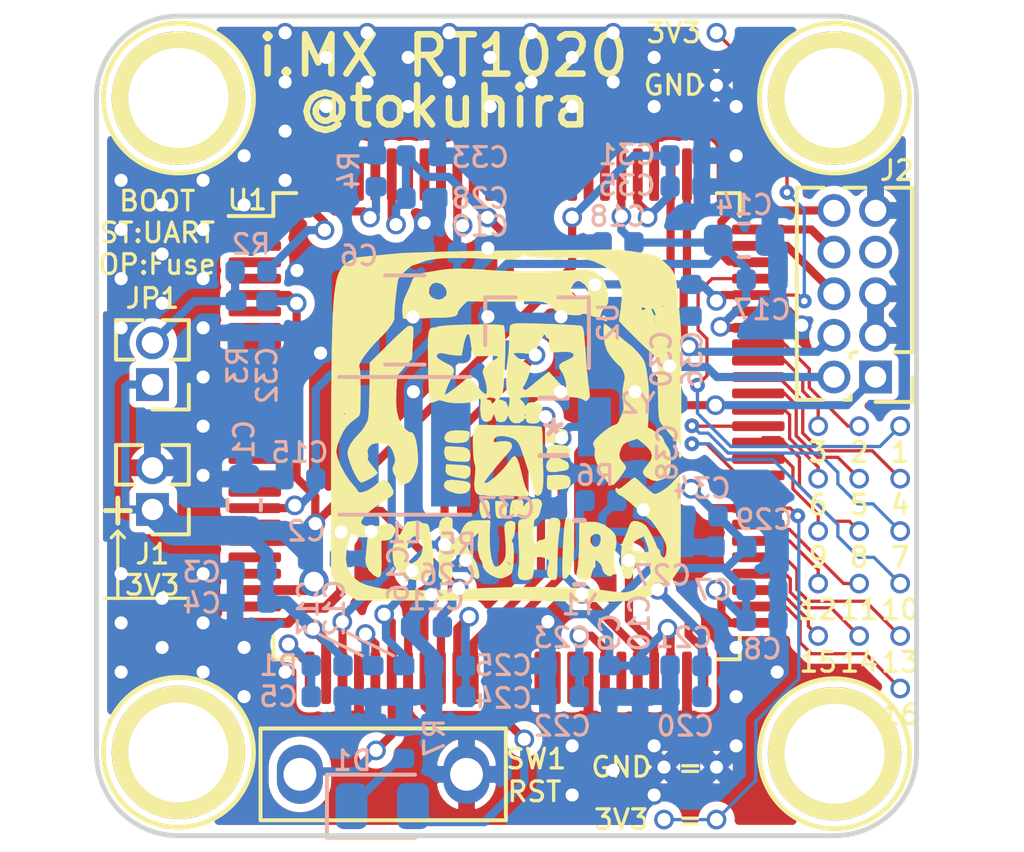
<source format=kicad_pcb>
(kicad_pcb (version 20171130) (host pcbnew "(5.1.5)-3")
  (title_block (date "lun. 30 mars 2015"))
  (layers (0 F.Cu signal) (31 B.Cu signal) (34 B.Paste user) (35 F.Paste user) (36 B.SilkS user) (37 F.SilkS user) (38 B.Mask user) (39 F.Mask user) (44 Edge.Cuts user))
  (net 0 "")
  (net 1 GND)
  (net 2 +3V3)
  (net 3 /DCDC_PSWITCH)
  (net 4 /DCDC_OUT)
  (net 5 /NVCC_PLL)
  (net 6 /VDD_HIGH_CAP)
  (net 7 /VDD_SNVS_CAP)
  (net 8 "Net-(JP1-Pad2)")
  (net 9 /BOOT_MODE0)
  (net 10 /BOOT_MODE1)
  (net 11 /POR_B)
  (net 12 /ONOFF)
  (net 13 /DCDC_LP)
  (net 14 "Net-(J2-Pad2)")
  (net 15 "Net-(J2-Pad4)")
  (net 16 "Net-(J2-Pad6)")
  (net 17 "Net-(J2-Pad8)")
  (net 18 "Net-(J2-Pad10)")
  (net 19 "Net-(C26-Pad1)")
  (net 20 "Net-(C27-Pad1)")
  (net 21 "Net-(C37-Pad1)")
  (net 22 "Net-(C38-Pad1)")
  (net 23 "Net-(D1-Pad1)")
  (net 24 /PMIC_ON_REQ)
  (net 25 "Net-(TP1-Pad1)")
  (net 26 "Net-(TP2-Pad1)")
  (net 27 "Net-(TP3-Pad1)")
  (net 28 "Net-(TP4-Pad1)")
  (net 29 "Net-(TP5-Pad1)")
  (net 30 "Net-(TP6-Pad1)")
  (net 31 "Net-(TP7-Pad1)")
  (net 32 "Net-(TP8-Pad1)")
  (net 33 "Net-(TP9-Pad1)")
  (net 34 "Net-(TP10-Pad1)")
  (net 35 "Net-(TP11-Pad1)")
  (net 36 "Net-(TP12-Pad1)")
  (net 37 "Net-(TP13-Pad1)")
  (net 38 "Net-(TP14-Pad1)")
  (net 39 "Net-(TP15-Pad1)")
  (net 40 "Net-(TP16-Pad1)")
  (module imxrt1020-breakout:SW_Tactile_2P_50mil (layer F.Cu) (at 142.49 108.12)
    (fp_text reference SW1 (at 4.66 -0.47) (layer F.SilkS) (effects (font (size 0.6 0.6) (thickness 0.1))))
    (fp_text value SW_Push_45deg hide)
    (pad 2 thru_hole oval (at 2.54 0) (size 1.4 1.8) (drill 1) (layers *.Cu *.Mask) (net 1 GND))
    (pad 1 thru_hole oval (at -2.54 0) (size 1.4 1.8) (drill 1) (layers *.Cu *.Mask) (net 11 /POR_B))
  )
  (module imxrt1020-breakout:LambdaRobot_11x11 (layer F.Cu) (at 146.25 97.5)
    (fp_text reference G*** hide)
    (fp_text value LOGO hide)
  )
  (module imxrt1020-breakout:Q13FC1350000200 (layer B.Cu) (at 147.68 97.52)
    (fp_text reference Y2 (at 2.57 -0.72) (layer B.SilkS) (effects (font (size 0.6 0.6) (thickness 0.1)) (justify mirror)))
    (fp_text value Q13FC1350000200 hide)
    (fp_text user * (at 0 0.33) (layer B.SilkS) (effects (justify mirror)))
    (pad 1 smd rect (at -1.25095 0) (size 1.0033 1.8034) (layers B.Cu B.Paste B.Mask) (net 21 "Net-(C37-Pad1)"))
    (pad 2 smd rect (at 1.25095 0) (size 1.0033 1.8034) (layers B.Cu B.Paste B.Mask) (net 22 "Net-(C38-Pad1)"))
  )
  (module imxrt1020-breakout:XRCGB24M000F2P00R0 (layer B.Cu) (at 148.47 101.35)
    (fp_text reference Y1 (at 0 1.6) (layer B.SilkS) (effects (font (size 0.6 0.6) (thickness 0.1)) (justify mirror)))
    (fp_text value XRCGB24M000F2P00R0 hide)
    (pad 1 smd rect (at -0.6985 0.449999 270) (size 0.6096 0.6096) (layers B.Cu B.Paste B.Mask) (net 19 "Net-(C26-Pad1)"))
    (pad 2 smd rect (at -0.6985 -0.449999 270) (size 0.6096 0.6096) (layers B.Cu B.Paste B.Mask))
    (pad 3 smd rect (at 0.6985 -0.449999 270) (size 0.6096 0.6096) (layers B.Cu B.Paste B.Mask) (net 20 "Net-(C27-Pad1)"))
    (pad 4 smd rect (at 0.6985 0.449999 270) (size 0.6096 0.6096) (layers B.Cu B.Paste B.Mask))
  )
  (module Socket_Arduino_Uno:Arduino_1pin (layer F.Cu) (at 136.248 107.45)
    (fp_text reference P5 hide)
    (fp_text value CONN_01X01 hide)
    (pad 1 thru_hole circle (at 0 0) (size 4.064 4.064) (drill 3.048) (layers *.Cu *.Mask F.SilkS))
  )
  (module Socket_Arduino_Uno:Arduino_1pin (layer F.Cu) (at 156.248 107.49)
    (fp_text reference P6 hide)
    (fp_text value CONN_01X01 hide)
    (pad 1 thru_hole circle (at 0 0) (size 4.064 4.064) (drill 3.048) (layers *.Cu *.Mask F.SilkS))
  )
  (module Socket_Arduino_Uno:Arduino_1pin (layer F.Cu) (at 136.248 87.49)
    (fp_text reference P7 hide)
    (fp_text value CONN_01X01 hide)
    (pad 1 thru_hole circle (at 0 0) (size 4.064 4.064) (drill 3.048) (layers *.Cu *.Mask F.SilkS))
  )
  (module Socket_Arduino_Uno:Arduino_1pin (layer F.Cu) (at 156.248 87.49)
    (fp_text reference P8 hide)
    (fp_text value CONN_01X01 hide)
    (pad 1 thru_hole circle (at 0 0) (size 4.064 4.064) (drill 3.048) (layers *.Cu *.Mask F.SilkS))
  )
  (module Capacitor_SMD:C_0603_1608Metric (layer B.Cu) (at 138.25 99.9 90)
    (fp_text reference C1 (at 2 0 90) (layer B.SilkS) (effects (font (size 0.6 0.6) (thickness 0.1)) (justify mirror)))
    (fp_text value 22u)
    (pad 1 smd roundrect (at -0.7875 0 90) (size 0.875 0.95) (layers B.Cu B.Paste B.Mask) (net 2 +3V3))
    (pad 2 smd roundrect (at 0.7875 0 90) (size 0.875 0.95) (layers B.Cu B.Paste B.Mask) (net 1 GND))
  )
  (module Capacitor_SMD:C_0402_1005Metric (layer B.Cu) (at 138.46 102.87 180)
    (fp_text reference C4 (at 1.5 -0.03 180) (layer B.SilkS) (effects (font (size 0.6 0.6) (thickness 0.1)) (justify mirror)))
    (fp_text value 0.22u)
    (pad 2 smd roundrect (at 0.485 0 180) (size 0.59 0.64) (layers B.Cu B.Paste B.Mask) (net 1 GND))
    (pad 1 smd roundrect (at -0.485 0 180) (size 0.59 0.64) (layers B.Cu B.Paste B.Mask) (net 2 +3V3))
  )
  (module Capacitor_SMD:C_0402_1005Metric (layer B.Cu) (at 140.78 105.75)
    (fp_text reference C5 (at -1.48 0) (layer B.SilkS) (effects (font (size 0.6 0.6) (thickness 0.1)) (justify mirror)))
    (fp_text value 0.22u)
    (pad 1 smd roundrect (at -0.485 0) (size 0.59 0.64) (layers B.Cu B.Paste B.Mask) (net 3 /DCDC_PSWITCH))
    (pad 2 smd roundrect (at 0.485 0) (size 0.59 0.64) (layers B.Cu B.Paste B.Mask) (net 1 GND))
  )
  (module Capacitor_SMD:C_0402_1005Metric (layer B.Cu) (at 154.04 103.43)
    (fp_text reference C8 (at 0.01 0.87) (layer B.SilkS) (effects (font (size 0.6 0.6) (thickness 0.1)) (justify mirror)))
    (fp_text value 0.22u)
    (pad 1 smd roundrect (at -0.485 0) (size 0.59 0.64) (layers B.Cu B.Paste B.Mask) (net 2 +3V3))
    (pad 2 smd roundrect (at 0.485 0) (size 0.59 0.64) (layers B.Cu B.Paste B.Mask) (net 1 GND))
  )
  (module Capacitor_SMD:C_0402_1005Metric (layer B.Cu) (at 150.32 105.29 270)
    (fp_text reference C10 (at -1.79 0.02 90) (layer B.SilkS) (effects (font (size 0.6 0.6) (thickness 0.1)) (justify mirror)))
    (fp_text value 0.22u)
    (pad 2 smd roundrect (at 0.485 0 270) (size 0.59 0.64) (layers B.Cu B.Paste B.Mask) (net 1 GND))
    (pad 1 smd roundrect (at -0.485 0 270) (size 0.59 0.64) (layers B.Cu B.Paste B.Mask) (net 2 +3V3))
  )
  (module Capacitor_SMD:C_0402_1005Metric (layer B.Cu) (at 143.81 103.62 180)
    (fp_text reference C11 (at -0.29 0.82) (layer B.SilkS) (effects (font (size 0.6 0.6) (thickness 0.1)) (justify mirror)))
    (fp_text value 0.22u)
    (pad 2 smd roundrect (at 0.485 0 180) (size 0.59 0.64) (layers B.Cu B.Paste B.Mask) (net 1 GND))
    (pad 1 smd roundrect (at -0.485 0 180) (size 0.59 0.64) (layers B.Cu B.Paste B.Mask) (net 2 +3V3))
  )
  (module Capacitor_SMD:C_0402_1005Metric (layer B.Cu) (at 142.18 105.29 270)
    (fp_text reference C13 (at -2.24 1.98 90) (layer B.SilkS) (effects (font (size 0.6 0.6) (thickness 0.1)) (justify mirror)))
    (fp_text value 0.22u)
    (pad 1 smd roundrect (at -0.485 0 270) (size 0.59 0.64) (layers B.Cu B.Paste B.Mask) (net 12 /ONOFF))
    (pad 2 smd roundrect (at 0.485 0 270) (size 0.59 0.64) (layers B.Cu B.Paste B.Mask) (net 1 GND))
  )
  (module Capacitor_SMD:C_0603_1608Metric (layer B.Cu) (at 153.49 91.83)
    (fp_text reference C14 (at 0 -1.08) (layer B.SilkS) (effects (font (size 0.6 0.6) (thickness 0.1)) (justify mirror)))
    (fp_text value 22u)
    (pad 1 smd roundrect (at -0.7875 0) (size 0.875 0.95) (layers B.Cu B.Paste B.Mask) (net 4 /DCDC_OUT))
    (pad 2 smd roundrect (at 0.7875 0) (size 0.875 0.95) (layers B.Cu B.Paste B.Mask) (net 1 GND))
  )
  (module Capacitor_SMD:C_0402_1005Metric (layer B.Cu) (at 139.95 99.11 180)
    (fp_text reference C15 (at 0 0.81) (layer B.SilkS) (effects (font (size 0.6 0.6) (thickness 0.1)) (justify mirror)))
    (fp_text value 0.22u)
    (pad 2 smd roundrect (at 0.485 0 180) (size 0.59 0.64) (layers B.Cu B.Paste B.Mask) (net 1 GND))
    (pad 1 smd roundrect (at -0.485 0 180) (size 0.59 0.64) (layers B.Cu B.Paste B.Mask) (net 4 /DCDC_OUT))
  )
  (module Capacitor_SMD:C_0402_1005Metric (layer B.Cu) (at 142.08 102.01 90)
    (fp_text reference C16 (at 0.01 0.87 90) (layer B.SilkS) (effects (font (size 0.6 0.6) (thickness 0.1)) (justify mirror)))
    (fp_text value 0.22u)
    (pad 1 smd roundrect (at -0.485 0 90) (size 0.59 0.64) (layers B.Cu B.Paste B.Mask) (net 4 /DCDC_OUT))
    (pad 2 smd roundrect (at 0.485 0 90) (size 0.59 0.64) (layers B.Cu B.Paste B.Mask) (net 1 GND))
  )
  (module Capacitor_SMD:C_0402_1005Metric (layer B.Cu) (at 154.04 93.03)
    (fp_text reference C17 (at 0 0.92) (layer B.SilkS) (effects (font (size 0.6 0.6) (thickness 0.1)) (justify mirror)))
    (fp_text value 0.22u)
    (pad 2 smd roundrect (at 0.485 0) (size 0.59 0.64) (layers B.Cu B.Paste B.Mask) (net 1 GND))
    (pad 1 smd roundrect (at -0.485 0) (size 0.59 0.64) (layers B.Cu B.Paste B.Mask) (net 4 /DCDC_OUT))
  )
  (module Capacitor_SMD:C_0402_1005Metric (layer B.Cu) (at 149.65 91.9 180)
    (fp_text reference C18 (at 0 0.8) (layer B.SilkS) (effects (font (size 0.6 0.6) (thickness 0.1)) (justify mirror)))
    (fp_text value 0.22u)
    (pad 1 smd roundrect (at -0.485 0 180) (size 0.59 0.64) (layers B.Cu B.Paste B.Mask) (net 4 /DCDC_OUT))
    (pad 2 smd roundrect (at 0.485 0 180) (size 0.59 0.64) (layers B.Cu B.Paste B.Mask) (net 1 GND))
  )
  (module Capacitor_SMD:C_0402_1005Metric (layer B.Cu) (at 144.26 92.21 180)
    (fp_text reference C19 (at -1.19 0.81) (layer B.SilkS) (effects (font (size 0.6 0.6) (thickness 0.1)) (justify mirror)))
    (fp_text value 0.22u)
    (pad 2 smd roundrect (at 0.485 0 180) (size 0.59 0.64) (layers B.Cu B.Paste B.Mask) (net 1 GND))
    (pad 1 smd roundrect (at -0.485 0 180) (size 0.59 0.64) (layers B.Cu B.Paste B.Mask) (net 4 /DCDC_OUT))
  )
  (module Capacitor_SMD:C_0402_1005Metric (layer B.Cu) (at 151.72 104.81 180)
    (fp_text reference C21 (at 0.07 0.86) (layer B.SilkS) (effects (font (size 0.6 0.6) (thickness 0.1)) (justify mirror)))
    (fp_text value 0.22u)
    (pad 2 smd roundrect (at 0.485 0 180) (size 0.59 0.64) (layers B.Cu B.Paste B.Mask) (net 1 GND))
    (pad 1 smd roundrect (at -0.485 0 180) (size 0.59 0.64) (layers B.Cu B.Paste B.Mask) (net 5 /NVCC_PLL))
  )
  (module Capacitor_SMD:C_0402_1005Metric (layer B.Cu) (at 147.98 104.81 180)
    (fp_text reference C23 (at 0.03 0.86) (layer B.SilkS) (effects (font (size 0.6 0.6) (thickness 0.1)) (justify mirror)))
    (fp_text value 0.22u)
    (pad 1 smd roundrect (at -0.485 0 180) (size 0.59 0.64) (layers B.Cu B.Paste B.Mask) (net 6 /VDD_HIGH_CAP))
    (pad 2 smd roundrect (at 0.485 0 180) (size 0.59 0.64) (layers B.Cu B.Paste B.Mask) (net 1 GND))
  )
  (module Capacitor_SMD:C_0402_1005Metric (layer B.Cu) (at 144.52 104.81 180)
    (fp_text reference C25 (at -1.63 0.01) (layer B.SilkS) (effects (font (size 0.6 0.6) (thickness 0.1)) (justify mirror)))
    (fp_text value 0.22u)
    (pad 2 smd roundrect (at 0.485 0 180) (size 0.59 0.64) (layers B.Cu B.Paste B.Mask) (net 1 GND))
    (pad 1 smd roundrect (at -0.485 0 180) (size 0.59 0.64) (layers B.Cu B.Paste B.Mask) (net 7 /VDD_SNVS_CAP))
  )
  (module Connector_PinHeader_1.27mm:PinHeader_1x02_P1.27mm_Vertical (layer F.Cu) (at 135.455 96.23 180)
    (fp_text reference JP1 (at 0 2.63) (layer F.SilkS) (effects (font (size 0.6 0.6) (thickness 0.1))))
    (fp_text value ROMBOOT)
    (pad 1 thru_hole rect (at 0 0 180) (size 1 1) (drill 0.65) (layers *.Cu *.Mask) (net 2 +3V3))
    (pad 2 thru_hole oval (at 0 1.27 180) (size 1 1) (drill 0.65) (layers *.Cu *.Mask) (net 8 "Net-(JP1-Pad2)"))
  )
  (module Package_QFP:LQFP-100_14x14mm_P0.5mm (layer F.Cu) (at 146.25 97.5)
    (fp_text reference U1 (at -7.9 -6.9) (layer F.SilkS) (effects (font (size 0.6 0.6) (thickness 0.1))))
    (fp_text value MIMXRT1021-LQFP100)
    (pad 1 smd roundrect (at -7.675 -6) (size 1.6 0.3) (layers F.Cu F.Paste F.Mask))
    (pad 2 smd roundrect (at -7.675 -5.5) (size 1.6 0.3) (layers F.Cu F.Paste F.Mask))
    (pad 3 smd roundrect (at -7.675 -5) (size 1.6 0.3) (layers F.Cu F.Paste F.Mask))
    (pad 4 smd roundrect (at -7.675 -4.5) (size 1.6 0.3) (layers F.Cu F.Paste F.Mask))
    (pad 5 smd roundrect (at -7.675 -4) (size 1.6 0.3) (layers F.Cu F.Paste F.Mask) (net 2 +3V3))
    (pad 6 smd roundrect (at -7.675 -3.5) (size 1.6 0.3) (layers F.Cu F.Paste F.Mask))
    (pad 7 smd roundrect (at -7.675 -3) (size 1.6 0.3) (layers F.Cu F.Paste F.Mask))
    (pad 8 smd roundrect (at -7.675 -2.5) (size 1.6 0.3) (layers F.Cu F.Paste F.Mask))
    (pad 9 smd roundrect (at -7.675 -2) (size 1.6 0.3) (layers F.Cu F.Paste F.Mask))
    (pad 10 smd roundrect (at -7.675 -1.5) (size 1.6 0.3) (layers F.Cu F.Paste F.Mask))
    (pad 11 smd roundrect (at -7.675 -1) (size 1.6 0.3) (layers F.Cu F.Paste F.Mask))
    (pad 12 smd roundrect (at -7.675 -0.5) (size 1.6 0.3) (layers F.Cu F.Paste F.Mask))
    (pad 13 smd roundrect (at -7.675 0) (size 1.6 0.3) (layers F.Cu F.Paste F.Mask))
    (pad 14 smd roundrect (at -7.675 0.5) (size 1.6 0.3) (layers F.Cu F.Paste F.Mask))
    (pad 15 smd roundrect (at -7.675 1) (size 1.6 0.3) (layers F.Cu F.Paste F.Mask))
    (pad 16 smd roundrect (at -7.675 1.5) (size 1.6 0.3) (layers F.Cu F.Paste F.Mask))
    (pad 17 smd roundrect (at -7.675 2) (size 1.6 0.3) (layers F.Cu F.Paste F.Mask))
    (pad 18 smd roundrect (at -7.675 2.5) (size 1.6 0.3) (layers F.Cu F.Paste F.Mask) (net 4 /DCDC_OUT))
    (pad 19 smd roundrect (at -7.675 3) (size 1.6 0.3) (layers F.Cu F.Paste F.Mask) (net 1 GND))
    (pad 20 smd roundrect (at -7.675 3.5) (size 1.6 0.3) (layers F.Cu F.Paste F.Mask) (net 2 +3V3))
    (pad 21 smd roundrect (at -7.675 4) (size 1.6 0.3) (layers F.Cu F.Paste F.Mask))
    (pad 22 smd roundrect (at -7.675 4.5) (size 1.6 0.3) (layers F.Cu F.Paste F.Mask))
    (pad 23 smd roundrect (at -7.675 5) (size 1.6 0.3) (layers F.Cu F.Paste F.Mask) (net 2 +3V3))
    (pad 24 smd roundrect (at -7.675 5.5) (size 1.6 0.3) (layers F.Cu F.Paste F.Mask) (net 1 GND))
    (pad 25 smd roundrect (at -7.675 6) (size 1.6 0.3) (layers F.Cu F.Paste F.Mask) (net 13 /DCDC_LP))
    (pad 26 smd roundrect (at -6 7.675) (size 0.3 1.6) (layers F.Cu F.Paste F.Mask) (net 3 /DCDC_PSWITCH))
    (pad 27 smd roundrect (at -5.5 7.675) (size 0.3 1.6) (layers F.Cu F.Paste F.Mask) (net 2 +3V3))
    (pad 28 smd roundrect (at -5 7.675) (size 0.3 1.6) (layers F.Cu F.Paste F.Mask) (net 4 /DCDC_OUT))
    (pad 29 smd roundrect (at -4.5 7.675) (size 0.3 1.6) (layers F.Cu F.Paste F.Mask) (net 1 GND))
    (pad 30 smd roundrect (at -4 7.675) (size 0.3 1.6) (layers F.Cu F.Paste F.Mask) (net 12 /ONOFF))
    (pad 31 smd roundrect (at -3.5 7.675) (size 0.3 1.6) (layers F.Cu F.Paste F.Mask) (net 11 /POR_B))
    (pad 32 smd roundrect (at -3 7.675) (size 0.3 1.6) (layers F.Cu F.Paste F.Mask) (net 1 GND))
    (pad 33 smd roundrect (at -2.5 7.675) (size 0.3 1.6) (layers F.Cu F.Paste F.Mask) (net 24 /PMIC_ON_REQ))
    (pad 34 smd roundrect (at -2 7.675) (size 0.3 1.6) (layers F.Cu F.Paste F.Mask) (net 2 +3V3))
    (pad 35 smd roundrect (at -1.5 7.675) (size 0.3 1.6) (layers F.Cu F.Paste F.Mask) (net 7 /VDD_SNVS_CAP))
    (pad 36 smd roundrect (at -1 7.675) (size 0.3 1.6) (layers F.Cu F.Paste F.Mask) (net 21 "Net-(C37-Pad1)"))
    (pad 37 smd roundrect (at -0.5 7.675) (size 0.3 1.6) (layers F.Cu F.Paste F.Mask) (net 22 "Net-(C38-Pad1)"))
    (pad 38 smd roundrect (at 0 7.675) (size 0.3 1.6) (layers F.Cu F.Paste F.Mask))
    (pad 39 smd roundrect (at 0.5 7.675) (size 0.3 1.6) (layers F.Cu F.Paste F.Mask) (net 1 GND))
    (pad 40 smd roundrect (at 1 7.675) (size 0.3 1.6) (layers F.Cu F.Paste F.Mask))
    (pad 41 smd roundrect (at 1.5 7.675) (size 0.3 1.6) (layers F.Cu F.Paste F.Mask))
    (pad 42 smd roundrect (at 2 7.675) (size 0.3 1.6) (layers F.Cu F.Paste F.Mask))
    (pad 43 smd roundrect (at 2.5 7.675) (size 0.3 1.6) (layers F.Cu F.Paste F.Mask) (net 1 GND))
    (pad 44 smd roundrect (at 3 7.675) (size 0.3 1.6) (layers F.Cu F.Paste F.Mask) (net 6 /VDD_HIGH_CAP))
    (pad 45 smd roundrect (at 3.5 7.675) (size 0.3 1.6) (layers F.Cu F.Paste F.Mask))
    (pad 46 smd roundrect (at 4 7.675) (size 0.3 1.6) (layers F.Cu F.Paste F.Mask) (net 19 "Net-(C26-Pad1)"))
    (pad 47 smd roundrect (at 4.5 7.675) (size 0.3 1.6) (layers F.Cu F.Paste F.Mask) (net 20 "Net-(C27-Pad1)"))
    (pad 48 smd roundrect (at 5 7.675) (size 0.3 1.6) (layers F.Cu F.Paste F.Mask) (net 2 +3V3))
    (pad 49 smd roundrect (at 5.5 7.675) (size 0.3 1.6) (layers F.Cu F.Paste F.Mask) (net 1 GND))
    (pad 50 smd roundrect (at 6 7.675) (size 0.3 1.6) (layers F.Cu F.Paste F.Mask) (net 5 /NVCC_PLL))
    (pad 51 smd roundrect (at 7.675 6) (size 1.6 0.3) (layers F.Cu F.Paste F.Mask) (net 2 +3V3))
    (pad 52 smd roundrect (at 7.675 5.5) (size 1.6 0.3) (layers F.Cu F.Paste F.Mask) (net 40 "Net-(TP16-Pad1)"))
    (pad 53 smd roundrect (at 7.675 5) (size 1.6 0.3) (layers F.Cu F.Paste F.Mask) (net 39 "Net-(TP15-Pad1)"))
    (pad 54 smd roundrect (at 7.675 4.5) (size 1.6 0.3) (layers F.Cu F.Paste F.Mask) (net 38 "Net-(TP14-Pad1)"))
    (pad 55 smd roundrect (at 7.675 4) (size 1.6 0.3) (layers F.Cu F.Paste F.Mask) (net 37 "Net-(TP13-Pad1)"))
    (pad 56 smd roundrect (at 7.675 3.5) (size 1.6 0.3) (layers F.Cu F.Paste F.Mask) (net 36 "Net-(TP12-Pad1)"))
    (pad 57 smd roundrect (at 7.675 3) (size 1.6 0.3) (layers F.Cu F.Paste F.Mask) (net 35 "Net-(TP11-Pad1)"))
    (pad 58 smd roundrect (at 7.675 2.5) (size 1.6 0.3) (layers F.Cu F.Paste F.Mask) (net 2 +3V3))
    (pad 59 smd roundrect (at 7.675 2) (size 1.6 0.3) (layers F.Cu F.Paste F.Mask) (net 1 GND))
    (pad 60 smd roundrect (at 7.675 1.5) (size 1.6 0.3) (layers F.Cu F.Paste F.Mask) (net 34 "Net-(TP10-Pad1)"))
    (pad 61 smd roundrect (at 7.675 1) (size 1.6 0.3) (layers F.Cu F.Paste F.Mask) (net 33 "Net-(TP9-Pad1)"))
    (pad 62 smd roundrect (at 7.675 0.5) (size 1.6 0.3) (layers F.Cu F.Paste F.Mask) (net 32 "Net-(TP8-Pad1)"))
    (pad 63 smd roundrect (at 7.675 0) (size 1.6 0.3) (layers F.Cu F.Paste F.Mask) (net 31 "Net-(TP7-Pad1)"))
    (pad 64 smd roundrect (at 7.675 -0.5) (size 1.6 0.3) (layers F.Cu F.Paste F.Mask) (net 30 "Net-(TP6-Pad1)"))
    (pad 65 smd roundrect (at 7.675 -1) (size 1.6 0.3) (layers F.Cu F.Paste F.Mask) (net 29 "Net-(TP5-Pad1)"))
    (pad 66 smd roundrect (at 7.675 -1.5) (size 1.6 0.3) (layers F.Cu F.Paste F.Mask) (net 28 "Net-(TP4-Pad1)"))
    (pad 67 smd roundrect (at 7.675 -2) (size 1.6 0.3) (layers F.Cu F.Paste F.Mask) (net 27 "Net-(TP3-Pad1)"))
    (pad 68 smd roundrect (at 7.675 -2.5) (size 1.6 0.3) (layers F.Cu F.Paste F.Mask) (net 26 "Net-(TP2-Pad1)"))
    (pad 69 smd roundrect (at 7.675 -3) (size 1.6 0.3) (layers F.Cu F.Paste F.Mask) (net 4 /DCDC_OUT))
    (pad 70 smd roundrect (at 7.675 -3.5) (size 1.6 0.3) (layers F.Cu F.Paste F.Mask) (net 1 GND))
    (pad 71 smd roundrect (at 7.675 -4) (size 1.6 0.3) (layers F.Cu F.Paste F.Mask) (net 2 +3V3))
    (pad 72 smd roundrect (at 7.675 -4.5) (size 1.6 0.3) (layers F.Cu F.Paste F.Mask) (net 25 "Net-(TP1-Pad1)"))
    (pad 73 smd roundrect (at 7.675 -5) (size 1.6 0.3) (layers F.Cu F.Paste F.Mask) (net 18 "Net-(J2-Pad10)"))
    (pad 74 smd roundrect (at 7.675 -5.5) (size 1.6 0.3) (layers F.Cu F.Paste F.Mask) (net 16 "Net-(J2-Pad6)"))
    (pad 75 smd roundrect (at 7.675 -6) (size 1.6 0.3) (layers F.Cu F.Paste F.Mask) (net 17 "Net-(J2-Pad8)"))
    (pad 76 smd roundrect (at 6 -7.675) (size 0.3 1.6) (layers F.Cu F.Paste F.Mask))
    (pad 77 smd roundrect (at 5.5 -7.675) (size 0.3 1.6) (layers F.Cu F.Paste F.Mask) (net 15 "Net-(J2-Pad4)"))
    (pad 78 smd roundrect (at 5 -7.675) (size 0.3 1.6) (layers F.Cu F.Paste F.Mask) (net 14 "Net-(J2-Pad2)"))
    (pad 79 smd roundrect (at 4.5 -7.675) (size 0.3 1.6) (layers F.Cu F.Paste F.Mask) (net 1 GND))
    (pad 80 smd roundrect (at 4 -7.675) (size 0.3 1.6) (layers F.Cu F.Paste F.Mask) (net 2 +3V3))
    (pad 81 smd roundrect (at 3.5 -7.675) (size 0.3 1.6) (layers F.Cu F.Paste F.Mask) (net 4 /DCDC_OUT))
    (pad 82 smd roundrect (at 3 -7.675) (size 0.3 1.6) (layers F.Cu F.Paste F.Mask))
    (pad 83 smd roundrect (at 2.5 -7.675) (size 0.3 1.6) (layers F.Cu F.Paste F.Mask))
    (pad 84 smd roundrect (at 2 -7.675) (size 0.3 1.6) (layers F.Cu F.Paste F.Mask))
    (pad 85 smd roundrect (at 1.5 -7.675) (size 0.3 1.6) (layers F.Cu F.Paste F.Mask))
    (pad 86 smd roundrect (at 1 -7.675) (size 0.3 1.6) (layers F.Cu F.Paste F.Mask))
    (pad 87 smd roundrect (at 0.5 -7.675) (size 0.3 1.6) (layers F.Cu F.Paste F.Mask))
    (pad 88 smd roundrect (at 0 -7.675) (size 0.3 1.6) (layers F.Cu F.Paste F.Mask))
    (pad 89 smd roundrect (at -0.5 -7.675) (size 0.3 1.6) (layers F.Cu F.Paste F.Mask))
    (pad 90 smd roundrect (at -1 -7.675) (size 0.3 1.6) (layers F.Cu F.Paste F.Mask))
    (pad 91 smd roundrect (at -1.5 -7.675) (size 0.3 1.6) (layers F.Cu F.Paste F.Mask) (net 4 /DCDC_OUT))
    (pad 92 smd roundrect (at -2 -7.675) (size 0.3 1.6) (layers F.Cu F.Paste F.Mask) (net 1 GND))
    (pad 93 smd roundrect (at -2.5 -7.675) (size 0.3 1.6) (layers F.Cu F.Paste F.Mask))
    (pad 94 smd roundrect (at -3 -7.675) (size 0.3 1.6) (layers F.Cu F.Paste F.Mask))
    (pad 95 smd roundrect (at -3.5 -7.675) (size 0.3 1.6) (layers F.Cu F.Paste F.Mask) (net 2 +3V3))
    (pad 96 smd roundrect (at -4 -7.675) (size 0.3 1.6) (layers F.Cu F.Paste F.Mask))
    (pad 97 smd roundrect (at -4.5 -7.675) (size 0.3 1.6) (layers F.Cu F.Paste F.Mask))
    (pad 98 smd roundrect (at -5 -7.675) (size 0.3 1.6) (layers F.Cu F.Paste F.Mask))
    (pad 99 smd roundrect (at -5.5 -7.675) (size 0.3 1.6) (layers F.Cu F.Paste F.Mask) (net 10 /BOOT_MODE1))
    (pad 100 smd roundrect (at -6 -7.675) (size 0.3 1.6) (layers F.Cu F.Paste F.Mask) (net 9 /BOOT_MODE0))
  )
  (module Capacitor_SMD:C_0402_1005Metric (layer B.Cu) (at 140.67 101.55)
    (fp_text reference C2 (at -0.52 -0.85) (layer B.SilkS) (effects (font (size 0.6 0.6) (thickness 0.1)) (justify mirror)))
    (fp_text value 0.22u)
    (pad 1 smd roundrect (at -0.485 0) (size 0.59 0.64) (layers B.Cu B.Paste B.Mask) (net 2 +3V3))
    (pad 2 smd roundrect (at 0.485 0) (size 0.59 0.64) (layers B.Cu B.Paste B.Mask) (net 1 GND))
  )
  (module Capacitor_SMD:C_0402_1005Metric (layer B.Cu) (at 138.46 101.92 180)
    (fp_text reference C3 (at 1.5 -0.03 180) (layer B.SilkS) (effects (font (size 0.6 0.6) (thickness 0.1)) (justify mirror)))
    (fp_text value 4.7u)
    (pad 2 smd roundrect (at 0.485 0 180) (size 0.59 0.64) (layers B.Cu B.Paste B.Mask) (net 1 GND))
    (pad 1 smd roundrect (at -0.485 0 180) (size 0.59 0.64) (layers B.Cu B.Paste B.Mask) (net 2 +3V3))
  )
  (module Capacitor_SMD:C_0402_1005Metric (layer B.Cu) (at 154.04 102.49)
    (fp_text reference C7 (at -1.49 0.01) (layer B.SilkS) (effects (font (size 0.6 0.6) (thickness 0.1)) (justify mirror)))
    (fp_text value 1u)
    (pad 1 smd roundrect (at -0.485 0) (size 0.59 0.64) (layers B.Cu B.Paste B.Mask) (net 2 +3V3))
    (pad 2 smd roundrect (at 0.485 0) (size 0.59 0.64) (layers B.Cu B.Paste B.Mask) (net 1 GND))
  )
  (module Capacitor_SMD:C_0402_1005Metric (layer B.Cu) (at 149.38 105.29 270)
    (fp_text reference C9 (at -1.49 -0.02 90) (layer B.SilkS) (effects (font (size 0.6 0.6) (thickness 0.1)) (justify mirror)))
    (fp_text value 4.7u)
    (pad 2 smd roundrect (at 0.485 0 270) (size 0.59 0.64) (layers B.Cu B.Paste B.Mask) (net 1 GND))
    (pad 1 smd roundrect (at -0.485 0 270) (size 0.59 0.64) (layers B.Cu B.Paste B.Mask) (net 2 +3V3))
  )
  (module Capacitor_SMD:C_0402_1005Metric (layer B.Cu) (at 143.12 105.29 270)
    (fp_text reference C12 (at -2.24 2.12 90) (layer B.SilkS) (effects (font (size 0.6 0.6) (thickness 0.1)) (justify mirror)))
    (fp_text value 1u)
    (pad 1 smd roundrect (at -0.485 0 270) (size 0.59 0.64) (layers B.Cu B.Paste B.Mask) (net 11 /POR_B))
    (pad 2 smd roundrect (at 0.485 0 270) (size 0.59 0.64) (layers B.Cu B.Paste B.Mask) (net 1 GND))
  )
  (module Capacitor_SMD:C_0402_1005Metric (layer B.Cu) (at 151.72 105.75 180)
    (fp_text reference C20 (at 0.02 -0.9) (layer B.SilkS) (effects (font (size 0.6 0.6) (thickness 0.1)) (justify mirror)))
    (fp_text value 4.7u)
    (pad 1 smd roundrect (at -0.485 0 180) (size 0.59 0.64) (layers B.Cu B.Paste B.Mask) (net 5 /NVCC_PLL))
    (pad 2 smd roundrect (at 0.485 0 180) (size 0.59 0.64) (layers B.Cu B.Paste B.Mask) (net 1 GND))
  )
  (module Capacitor_SMD:C_0402_1005Metric (layer B.Cu) (at 147.98 105.75 180)
    (fp_text reference C22 (at 0.03 -0.9) (layer B.SilkS) (effects (font (size 0.6 0.6) (thickness 0.1)) (justify mirror)))
    (fp_text value 4.7u)
    (pad 2 smd roundrect (at 0.485 0 180) (size 0.59 0.64) (layers B.Cu B.Paste B.Mask) (net 1 GND))
    (pad 1 smd roundrect (at -0.485 0 180) (size 0.59 0.64) (layers B.Cu B.Paste B.Mask) (net 6 /VDD_HIGH_CAP))
  )
  (module Capacitor_SMD:C_0402_1005Metric (layer B.Cu) (at 144.52 105.75 180)
    (fp_text reference C24 (at -1.63 -0.05) (layer B.SilkS) (effects (font (size 0.6 0.6) (thickness 0.1)) (justify mirror)))
    (fp_text value 4.7u)
    (pad 1 smd roundrect (at -0.485 0 180) (size 0.59 0.64) (layers B.Cu B.Paste B.Mask) (net 7 /VDD_SNVS_CAP))
    (pad 2 smd roundrect (at 0.485 0 180) (size 0.59 0.64) (layers B.Cu B.Paste B.Mask) (net 1 GND))
  )
  (module Resistor_SMD:R_0402_1005Metric (layer B.Cu) (at 140.78 104.8 180)
    (fp_text reference R1 (at 1.48 0) (layer B.SilkS) (effects (font (size 0.6 0.6) (thickness 0.1)) (justify mirror)))
    (fp_text value 30k)
    (pad 2 smd roundrect (at 0.485 0 180) (size 0.59 0.64) (layers B.Cu B.Paste B.Mask) (net 3 /DCDC_PSWITCH))
    (pad 1 smd roundrect (at -0.485 0 180) (size 0.59 0.64) (layers B.Cu B.Paste B.Mask) (net 2 +3V3))
  )
  (module Resistor_SMD:R_0402_1005Metric (layer B.Cu) (at 138.46 92.77)
    (fp_text reference R2 (at 0 -0.82) (layer B.SilkS) (effects (font (size 0.6 0.6) (thickness 0.1)) (justify mirror)))
    (fp_text value 10k)
    (pad 2 smd roundrect (at 0.485 0) (size 0.59 0.64) (layers B.Cu B.Paste B.Mask) (net 9 /BOOT_MODE0))
    (pad 1 smd roundrect (at -0.485 0) (size 0.59 0.64) (layers B.Cu B.Paste B.Mask) (net 8 "Net-(JP1-Pad2)"))
  )
  (module Resistor_SMD:R_0402_1005Metric (layer B.Cu) (at 138 94.17 270)
    (fp_text reference R3 (at 1.48 -0.05 90) (layer B.SilkS) (effects (font (size 0.6 0.6) (thickness 0.1)) (justify mirror)))
    (fp_text value 1k)
    (pad 1 smd roundrect (at -0.485 0 270) (size 0.59 0.64) (layers B.Cu B.Paste B.Mask) (net 8 "Net-(JP1-Pad2)"))
    (pad 2 smd roundrect (at 0.485 0 270) (size 0.59 0.64) (layers B.Cu B.Paste B.Mask) (net 1 GND))
  )
  (module Resistor_SMD:R_0402_1005Metric (layer B.Cu) (at 142.27 89.71 270)
    (fp_text reference R4 (at -0.01 0.82 90) (layer B.SilkS) (effects (font (size 0.6 0.6) (thickness 0.1)) (justify mirror)))
    (fp_text value 30k)
    (pad 1 smd roundrect (at -0.485 0 270) (size 0.59 0.64) (layers B.Cu B.Paste B.Mask) (net 1 GND))
    (pad 2 smd roundrect (at 0.485 0 270) (size 0.59 0.64) (layers B.Cu B.Paste B.Mask) (net 10 /BOOT_MODE1))
  )
  (module Connector_PinHeader_1.27mm:PinHeader_1x02_P1.27mm_Vertical (layer F.Cu) (at 135.455 100.04 180)
    (fp_text reference J1 (at 0 -1.36) (layer F.SilkS) (effects (font (size 0.6 0.6) (thickness 0.1))))
    (fp_text value Conn_Coaxial_Power)
    (pad 1 thru_hole rect (at 0 0 180) (size 1 1) (drill 0.65) (layers *.Cu *.Mask) (net 2 +3V3))
    (pad 2 thru_hole oval (at 0 1.27 180) (size 1 1) (drill 0.65) (layers *.Cu *.Mask) (net 1 GND))
  )
  (module Inductors_SMD:L_Taiyo-Yuden_MD-4040 (layer B.Cu) (at 143.15 98.1)
    (fp_text reference L1 (at 0 2.65) (layer B.SilkS) (effects (font (size 0.6 0.6) (thickness 0.1)) (justify mirror)))
    (fp_text value 4.7u)
    (pad 2 smd rect (at 1.4 0) (size 1.2 3.7) (layers B.Cu B.Paste B.Mask) (net 4 /DCDC_OUT))
    (pad 1 smd rect (at -1.4 0) (size 1.2 3.7) (layers B.Cu B.Paste B.Mask) (net 13 /DCDC_LP))
  )
  (module Capacitor_SMD:C_1210_3225Metric (layer B.Cu) (at 143.15 94.26 180)
    (fp_text reference C6 (at 1.4 1.96) (layer B.SilkS) (effects (font (size 0.6 0.6) (thickness 0.1)) (justify mirror)))
    (fp_text value 33u)
    (pad 1 smd roundrect (at -1.4 0 180) (size 1.25 2.65) (layers B.Cu B.Paste B.Mask) (roundrect_rratio 0.2) (net 4 /DCDC_OUT))
    (pad 2 smd roundrect (at 1.4 0 180) (size 1.25 2.65) (layers B.Cu B.Paste B.Mask) (roundrect_rratio 0.2) (net 1 GND))
  )
  (module Connector_PinHeader_1.27mm:PinHeader_2x05_P1.27mm_Vertical (layer F.Cu) (at 157.5 96 180)
    (fp_text reference J2 (at -0.65 6.3) (layer F.SilkS) (effects (font (size 0.6 0.6) (thickness 0.1))))
    (fp_text value Conn_02x05_Odd_Even)
    (pad 1 thru_hole rect (at 0 0 180) (size 1 1) (drill 0.65) (layers *.Cu *.Mask) (net 2 +3V3))
    (pad 2 thru_hole oval (at 1.27 0 180) (size 1 1) (drill 0.65) (layers *.Cu *.Mask) (net 14 "Net-(J2-Pad2)"))
    (pad 3 thru_hole oval (at 0 1.27 180) (size 1 1) (drill 0.65) (layers *.Cu *.Mask) (net 1 GND))
    (pad 4 thru_hole oval (at 1.27 1.27 180) (size 1 1) (drill 0.65) (layers *.Cu *.Mask) (net 15 "Net-(J2-Pad4)"))
    (pad 5 thru_hole oval (at 0 2.54 180) (size 1 1) (drill 0.65) (layers *.Cu *.Mask) (net 1 GND))
    (pad 6 thru_hole oval (at 1.27 2.54 180) (size 1 1) (drill 0.65) (layers *.Cu *.Mask) (net 16 "Net-(J2-Pad6)"))
    (pad 7 thru_hole oval (at 0 3.81 180) (size 1 1) (drill 0.65) (layers *.Cu *.Mask))
    (pad 8 thru_hole oval (at 1.27 3.81 180) (size 1 1) (drill 0.65) (layers *.Cu *.Mask) (net 17 "Net-(J2-Pad8)"))
    (pad 9 thru_hole oval (at 0 5.08 180) (size 1 1) (drill 0.65) (layers *.Cu *.Mask) (net 1 GND))
    (pad 10 thru_hole oval (at 1.27 5.08 180) (size 1 1) (drill 0.65) (layers *.Cu *.Mask) (net 18 "Net-(J2-Pad10)"))
  )
  (module Capacitor_SMD:C_0402_1005Metric (layer B.Cu) (at 146.22 102 180)
    (fp_text reference C26 (at 1.77 -0.03) (layer B.SilkS) (effects (font (size 0.6 0.6) (thickness 0.1)) (justify mirror)))
    (fp_text value 4.7p)
    (pad 1 smd roundrect (at -0.485 0 180) (size 0.59 0.64) (layers B.Cu B.Paste B.Mask) (net 19 "Net-(C26-Pad1)"))
    (pad 2 smd roundrect (at 0.485 0 180) (size 0.59 0.64) (layers B.Cu B.Paste B.Mask) (net 1 GND))
  )
  (module Capacitor_SMD:C_0402_1005Metric (layer B.Cu) (at 151.23 101.18)
    (fp_text reference C27 (at -0.23 0.87) (layer B.SilkS) (effects (font (size 0.6 0.6) (thickness 0.1)) (justify mirror)))
    (fp_text value 4.7p)
    (pad 2 smd roundrect (at 0.485 0) (size 0.59 0.64) (layers B.Cu B.Paste B.Mask) (net 1 GND))
    (pad 1 smd roundrect (at -0.485 0) (size 0.59 0.64) (layers B.Cu B.Paste B.Mask) (net 20 "Net-(C27-Pad1)"))
  )
  (module Resistor_SMD:R_0402_1005Metric (layer B.Cu) (at 146.22 101.06 180)
    (fp_text reference R5 (at 1.47 -0.03) (layer B.SilkS) (effects (font (size 0.6 0.6) (thickness 0.1)) (justify mirror)))
    (fp_text value 2.2M)
    (pad 2 smd roundrect (at 0.485 0 180) (size 0.59 0.64) (layers B.Cu B.Paste B.Mask) (net 1 GND))
    (pad 1 smd roundrect (at -0.485 0 180) (size 0.59 0.64) (layers B.Cu B.Paste B.Mask) (net 19 "Net-(C26-Pad1)"))
  )
  (module Resistor_SMD:R_0402_1005Metric (layer B.Cu) (at 149.13 99.77 180)
    (fp_text reference R6 (at 0.18 0.77) (layer B.SilkS) (effects (font (size 0.6 0.6) (thickness 0.1)) (justify mirror)))
    (fp_text value 1M)
    (pad 1 smd roundrect (at -0.485 0 180) (size 0.59 0.64) (layers B.Cu B.Paste B.Mask) (net 20 "Net-(C27-Pad1)"))
    (pad 2 smd roundrect (at 0.485 0 180) (size 0.59 0.64) (layers B.Cu B.Paste B.Mask) (net 19 "Net-(C26-Pad1)"))
  )
  (module Capacitor_SMD:C_0402_1005Metric (layer B.Cu) (at 143.67 90.55)
    (fp_text reference C28 (at 1.78 0) (layer B.SilkS) (effects (font (size 0.6 0.6) (thickness 0.1)) (justify mirror)))
    (fp_text value 4.7u)
    (pad 1 smd roundrect (at -0.485 0) (size 0.59 0.64) (layers B.Cu B.Paste B.Mask) (net 2 +3V3))
    (pad 2 smd roundrect (at 0.485 0) (size 0.59 0.64) (layers B.Cu B.Paste B.Mask) (net 1 GND))
  )
  (module Capacitor_SMD:C_0402_1005Metric (layer B.Cu) (at 153.09 101.18 180)
    (fp_text reference C29 (at -1.01 0.83) (layer B.SilkS) (effects (font (size 0.6 0.6) (thickness 0.1)) (justify mirror)))
    (fp_text value 4.7u)
    (pad 2 smd roundrect (at 0.485 0 180) (size 0.59 0.64) (layers B.Cu B.Paste B.Mask) (net 1 GND))
    (pad 1 smd roundrect (at -0.485 0 180) (size 0.59 0.64) (layers B.Cu B.Paste B.Mask) (net 2 +3V3))
  )
  (module Capacitor_SMD:C_0402_1005Metric (layer B.Cu) (at 150.94 93.66 270)
    (fp_text reference C30 (at 1.8 -0.03 90) (layer B.SilkS) (effects (font (size 0.6 0.6) (thickness 0.1)) (justify mirror)))
    (fp_text value 4.7u)
    (pad 1 smd roundrect (at -0.485 0 270) (size 0.59 0.64) (layers B.Cu B.Paste B.Mask) (net 2 +3V3))
    (pad 2 smd roundrect (at 0.485 0 270) (size 0.59 0.64) (layers B.Cu B.Paste B.Mask) (net 1 GND))
  )
  (module Capacitor_SMD:C_0402_1005Metric (layer B.Cu) (at 151.72 89.25)
    (fp_text reference C31 (at -1.8 -0.03) (layer B.SilkS) (effects (font (size 0.6 0.6) (thickness 0.1)) (justify mirror)))
    (fp_text value 4.7u)
    (pad 2 smd roundrect (at 0.485 0) (size 0.59 0.64) (layers B.Cu B.Paste B.Mask) (net 1 GND))
    (pad 1 smd roundrect (at -0.485 0) (size 0.59 0.64) (layers B.Cu B.Paste B.Mask) (net 2 +3V3))
  )
  (module Capacitor_SMD:C_0402_1005Metric (layer B.Cu) (at 138.94 94.17 270)
    (fp_text reference C32 (at 1.78 -0.01 90) (layer B.SilkS) (effects (font (size 0.6 0.6) (thickness 0.1)) (justify mirror)))
    (fp_text value 0.22u)
    (pad 2 smd roundrect (at 0.485 0 270) (size 0.59 0.64) (layers B.Cu B.Paste B.Mask) (net 1 GND))
    (pad 1 smd roundrect (at -0.485 0 270) (size 0.59 0.64) (layers B.Cu B.Paste B.Mask) (net 2 +3V3))
  )
  (module Capacitor_SMD:C_0402_1005Metric (layer B.Cu) (at 143.67 89.25)
    (fp_text reference C33 (at 1.78 0.05) (layer B.SilkS) (effects (font (size 0.6 0.6) (thickness 0.1)) (justify mirror)))
    (fp_text value 0.22u)
    (pad 1 smd roundrect (at -0.485 0) (size 0.59 0.64) (layers B.Cu B.Paste B.Mask) (net 2 +3V3))
    (pad 2 smd roundrect (at 0.485 0) (size 0.59 0.64) (layers B.Cu B.Paste B.Mask) (net 1 GND))
  )
  (module Capacitor_SMD:C_0402_1005Metric (layer B.Cu) (at 152.21 100.24 180)
    (fp_text reference C34 (at 0 0.84) (layer B.SilkS) (effects (font (size 0.6 0.6) (thickness 0.1)) (justify mirror)))
    (fp_text value 0.22u)
    (pad 1 smd roundrect (at -0.485 0 180) (size 0.59 0.64) (layers B.Cu B.Paste B.Mask) (net 2 +3V3))
    (pad 2 smd roundrect (at 0.485 0 180) (size 0.59 0.64) (layers B.Cu B.Paste B.Mask) (net 1 GND))
  )
  (module Capacitor_SMD:C_0402_1005Metric (layer B.Cu) (at 151.72 90.19)
    (fp_text reference C35 (at -1.8 -0.03) (layer B.SilkS) (effects (font (size 0.6 0.6) (thickness 0.1)) (justify mirror)))
    (fp_text value 0.22u)
    (pad 2 smd roundrect (at 0.485 0) (size 0.59 0.64) (layers B.Cu B.Paste B.Mask) (net 1 GND))
    (pad 1 smd roundrect (at -0.485 0) (size 0.59 0.64) (layers B.Cu B.Paste B.Mask) (net 2 +3V3))
  )
  (module Capacitor_SMD:C_0402_1005Metric (layer B.Cu) (at 151.88 93.66 270)
    (fp_text reference C36 (at 1.8 -0.03 90) (layer B.SilkS) (effects (font (size 0.6 0.6) (thickness 0.1)) (justify mirror)))
    (fp_text value 0.22u)
    (pad 1 smd roundrect (at -0.485 0 270) (size 0.59 0.64) (layers B.Cu B.Paste B.Mask) (net 2 +3V3))
    (pad 2 smd roundrect (at 0.485 0 270) (size 0.59 0.64) (layers B.Cu B.Paste B.Mask) (net 1 GND))
  )
  (module Capacitor_SMD:C_0402_1005Metric (layer B.Cu) (at 146.88 99.15)
    (fp_text reference C37 (at -0.63 0.85 180) (layer B.SilkS) (effects (font (size 0.6 0.6) (thickness 0.1)) (justify mirror)))
    (fp_text value 7p)
    (pad 1 smd roundrect (at -0.485 0) (size 0.59 0.64) (layers B.Cu B.Paste B.Mask) (net 21 "Net-(C37-Pad1)"))
    (pad 2 smd roundrect (at 0.485 0) (size 0.59 0.64) (layers B.Cu B.Paste B.Mask) (net 1 GND))
  )
  (module Capacitor_SMD:C_0402_1005Metric (layer B.Cu) (at 150.27 98.34 270)
    (fp_text reference C38 (at -0.04 -0.88 270) (layer B.SilkS) (effects (font (size 0.6 0.6) (thickness 0.1)) (justify mirror)))
    (fp_text value 7p)
    (pad 2 smd roundrect (at 0.485 0 270) (size 0.59 0.64) (layers B.Cu B.Paste B.Mask) (net 1 GND))
    (pad 1 smd roundrect (at -0.485 0 270) (size 0.59 0.64) (layers B.Cu B.Paste B.Mask) (net 22 "Net-(C38-Pad1)"))
  )
  (module LED_SMD:LED_0805_2012Metric (layer B.Cu) (at 142.46 109.09)
    (fp_text reference D1 (at -0.91 -1.39) (layer B.SilkS) (effects (font (size 0.6 0.6) (thickness 0.1)) (justify mirror)))
    (fp_text value LED_ALT)
    (pad 1 smd roundrect (at -0.9375 0) (size 0.975 1.4) (layers B.Cu B.Paste B.Mask) (net 23 "Net-(D1-Pad1)"))
    (pad 2 smd roundrect (at 0.9375 0) (size 0.975 1.4) (layers B.Cu B.Paste B.Mask) (net 24 /PMIC_ON_REQ))
  )
  (module Resistor_SMD:R_0402_1005Metric (layer B.Cu) (at 143.12 107.15 270)
    (fp_text reference R7 (at -0.15 -0.93 90) (layer B.SilkS) (effects (font (size 0.6 0.6) (thickness 0.1)) (justify mirror)))
    (fp_text value 1k)
    (pad 1 smd roundrect (at -0.485 0 270) (size 0.59 0.64) (layers B.Cu B.Paste B.Mask) (net 1 GND))
    (pad 2 smd roundrect (at 0.485 0 270) (size 0.59 0.64) (layers B.Cu B.Paste B.Mask) (net 23 "Net-(D1-Pad1)"))
  )
  (module Package_TO_SOT_SMD:SOT-23 (layer B.Cu) (at 147.18 94.33 90)
    (fp_text reference U2 (at 0 2.17 90) (layer B.SilkS) (effects (font (size 0.6 0.6) (thickness 0.1)) (justify mirror)))
    (fp_text value TPS3839DBZ)
    (pad 1 smd rect (at -1 0.95 90) (size 0.9 0.8) (layers B.Cu B.Paste B.Mask) (net 1 GND))
    (pad 2 smd rect (at -1 -0.95 90) (size 0.9 0.8) (layers B.Cu B.Paste B.Mask) (net 11 /POR_B))
    (pad 3 smd rect (at 1 0 90) (size 0.9 0.8) (layers B.Cu B.Paste B.Mask) (net 2 +3V3))
  )
  (module imxrt1020-breakout:VIA_Hole (layer F.Cu) (at 158.25 97.5)
    (fp_text reference 1 (at 0 0.8) (layer F.SilkS) (effects (font (size 0.6 0.6) (thickness 0.1))))
    (fp_text value TestPoint hide)
    (pad 1 thru_hole circle (at 0 0) (size 0.6 0.6) (drill 0.4) (layers *.Cu *.Mask) (net 25 "Net-(TP1-Pad1)"))
  )
  (module imxrt1020-breakout:VIA_Hole (layer F.Cu) (at 157 97.5)
    (fp_text reference 2 (at 0 0.8) (layer F.SilkS) (effects (font (size 0.6 0.6) (thickness 0.1))))
    (fp_text value TestPoint hide)
    (pad 1 thru_hole circle (at 0 0) (size 0.6 0.6) (drill 0.4) (layers *.Cu *.Mask) (net 26 "Net-(TP2-Pad1)"))
  )
  (module imxrt1020-breakout:VIA_Hole (layer F.Cu) (at 155.75 97.5)
    (fp_text reference 3 (at 0 0.8) (layer F.SilkS) (effects (font (size 0.6 0.6) (thickness 0.1))))
    (fp_text value TestPoint hide)
    (pad 1 thru_hole circle (at 0 0) (size 0.6 0.6) (drill 0.4) (layers *.Cu *.Mask) (net 27 "Net-(TP3-Pad1)"))
  )
  (module imxrt1020-breakout:VIA_Hole (layer F.Cu) (at 158.25 99.1)
    (fp_text reference 4 (at 0 0.8) (layer F.SilkS) (effects (font (size 0.6 0.6) (thickness 0.1))))
    (fp_text value TestPoint hide)
    (pad 1 thru_hole circle (at 0 0) (size 0.6 0.6) (drill 0.4) (layers *.Cu *.Mask) (net 28 "Net-(TP4-Pad1)"))
  )
  (module imxrt1020-breakout:VIA_Hole (layer F.Cu) (at 157 99.1)
    (fp_text reference 5 (at 0 0.8) (layer F.SilkS) (effects (font (size 0.6 0.6) (thickness 0.1))))
    (fp_text value TestPoint hide)
    (pad 1 thru_hole circle (at 0 0) (size 0.6 0.6) (drill 0.4) (layers *.Cu *.Mask) (net 29 "Net-(TP5-Pad1)"))
  )
  (module imxrt1020-breakout:VIA_Hole (layer F.Cu) (at 155.75 99.1)
    (fp_text reference 6 (at 0 0.8) (layer F.SilkS) (effects (font (size 0.6 0.6) (thickness 0.1))))
    (fp_text value TestPoint hide)
    (pad 1 thru_hole circle (at 0 0) (size 0.6 0.6) (drill 0.4) (layers *.Cu *.Mask) (net 30 "Net-(TP6-Pad1)"))
  )
  (module imxrt1020-breakout:VIA_Hole (layer F.Cu) (at 158.25 100.7)
    (fp_text reference 7 (at 0 0.8) (layer F.SilkS) (effects (font (size 0.6 0.6) (thickness 0.1))))
    (fp_text value TestPoint hide)
    (pad 1 thru_hole circle (at 0 0) (size 0.6 0.6) (drill 0.4) (layers *.Cu *.Mask) (net 31 "Net-(TP7-Pad1)"))
  )
  (module imxrt1020-breakout:VIA_Hole (layer F.Cu) (at 157 100.7)
    (fp_text reference 8 (at 0 0.8) (layer F.SilkS) (effects (font (size 0.6 0.6) (thickness 0.1))))
    (fp_text value TestPoint hide)
    (pad 1 thru_hole circle (at 0 0) (size 0.6 0.6) (drill 0.4) (layers *.Cu *.Mask) (net 32 "Net-(TP8-Pad1)"))
  )
  (module imxrt1020-breakout:VIA_Hole (layer F.Cu) (at 155.75 100.7)
    (fp_text reference 9 (at 0 0.8) (layer F.SilkS) (effects (font (size 0.6 0.6) (thickness 0.1))))
    (fp_text value TestPoint hide)
    (pad 1 thru_hole circle (at 0 0) (size 0.6 0.6) (drill 0.4) (layers *.Cu *.Mask) (net 33 "Net-(TP9-Pad1)"))
  )
  (module imxrt1020-breakout:VIA_Hole (layer F.Cu) (at 158.25 102.3)
    (fp_text reference 10 (at 0 0.8) (layer F.SilkS) (effects (font (size 0.6 0.6) (thickness 0.1))))
    (fp_text value TestPoint hide)
    (pad 1 thru_hole circle (at 0 0) (size 0.6 0.6) (drill 0.4) (layers *.Cu *.Mask) (net 34 "Net-(TP10-Pad1)"))
  )
  (module imxrt1020-breakout:VIA_Hole (layer F.Cu) (at 157 102.3)
    (fp_text reference 11 (at 0 0.8) (layer F.SilkS) (effects (font (size 0.6 0.6) (thickness 0.1))))
    (fp_text value TestPoint hide)
    (pad 1 thru_hole circle (at 0 0) (size 0.6 0.6) (drill 0.4) (layers *.Cu *.Mask) (net 35 "Net-(TP11-Pad1)"))
  )
  (module imxrt1020-breakout:VIA_Hole (layer F.Cu) (at 155.75 102.3)
    (fp_text reference 12 (at 0 0.8) (layer F.SilkS) (effects (font (size 0.6 0.6) (thickness 0.1))))
    (fp_text value TestPoint hide)
    (pad 1 thru_hole circle (at 0 0) (size 0.6 0.6) (drill 0.4) (layers *.Cu *.Mask) (net 36 "Net-(TP12-Pad1)"))
  )
  (module imxrt1020-breakout:VIA_Hole (layer F.Cu) (at 158.25 103.9)
    (fp_text reference 13 (at 0 0.8) (layer F.SilkS) (effects (font (size 0.6 0.6) (thickness 0.1))))
    (fp_text value TestPoint hide)
    (pad 1 thru_hole circle (at 0 0) (size 0.6 0.6) (drill 0.4) (layers *.Cu *.Mask) (net 37 "Net-(TP13-Pad1)"))
  )
  (module imxrt1020-breakout:VIA_Hole (layer F.Cu) (at 157 103.9)
    (fp_text reference 14 (at 0 0.8) (layer F.SilkS) (effects (font (size 0.6 0.6) (thickness 0.1))))
    (fp_text value TestPoint hide)
    (pad 1 thru_hole circle (at 0 0) (size 0.6 0.6) (drill 0.4) (layers *.Cu *.Mask) (net 38 "Net-(TP14-Pad1)"))
  )
  (module imxrt1020-breakout:VIA_Hole (layer F.Cu) (at 155.75 103.9)
    (fp_text reference 15 (at 0 0.8) (layer F.SilkS) (effects (font (size 0.6 0.6) (thickness 0.1))))
    (fp_text value TestPoint hide)
    (pad 1 thru_hole circle (at 0 0) (size 0.6 0.6) (drill 0.4) (layers *.Cu *.Mask) (net 39 "Net-(TP15-Pad1)"))
  )
  (module imxrt1020-breakout:VIA_Hole (layer F.Cu) (at 158.25 105.5)
    (fp_text reference 16 (at 0 0.8) (layer F.SilkS) (effects (font (size 0.6 0.6) (thickness 0.1))))
    (fp_text value TestPoint hide)
    (pad 1 thru_hole circle (at 0 0) (size 0.6 0.6) (drill 0.4) (layers *.Cu *.Mask) (net 40 "Net-(TP16-Pad1)"))
  )
  (module imxrt1020-breakout:VIA_Hole (layer F.Cu) (at 152.65 85.5)
    (fp_text reference 3V3 (at -1.3 0) (layer F.SilkS) (effects (font (size 0.6 0.6) (thickness 0.1))))
    (fp_text value TestPoint hide)
    (pad 1 thru_hole circle (at 0 0) (size 0.6 0.6) (drill 0.4) (layers *.Cu *.Mask) (net 2 +3V3))
  )
  (module imxrt1020-breakout:VIA_Hole (layer F.Cu) (at 152.65 109.5)
    (fp_text reference = (at -0.8 0) (layer F.SilkS) (effects (font (size 0.6 0.6) (thickness 0.1))))
    (fp_text value TestPoint hide)
    (pad 1 thru_hole circle (at 0 0) (size 0.6 0.6) (drill 0.4) (layers *.Cu *.Mask) (net 2 +3V3))
  )
  (module imxrt1020-breakout:VIA_Hole (layer F.Cu) (at 151.05 109.5)
    (fp_text reference 3V3 (at -1.3 0) (layer F.SilkS) (effects (font (size 0.6 0.6) (thickness 0.1))))
    (fp_text value TestPoint hide)
    (pad 1 thru_hole circle (at 0 0) (size 0.6 0.6) (drill 0.4) (layers *.Cu *.Mask) (net 2 +3V3))
  )
  (module imxrt1020-breakout:VIA_Hole (layer F.Cu) (at 152.65 87.1)
    (fp_text reference GND (at -1.3 0) (layer F.SilkS) (effects (font (size 0.6 0.6) (thickness 0.1))))
    (fp_text value TestPoint hide)
    (pad 1 thru_hole circle (at 0 0) (size 0.6 0.6) (drill 0.4) (layers *.Cu *.Mask) (net 1 GND))
  )
  (module imxrt1020-breakout:VIA_Hole (layer F.Cu) (at 152.65 107.9)
    (fp_text reference = (at -0.8 0) (layer F.SilkS) (effects (font (size 0.6 0.6) (thickness 0.1))))
    (fp_text value TestPoint hide)
    (pad 1 thru_hole circle (at 0 0) (size 0.6 0.6) (drill 0.4) (layers *.Cu *.Mask) (net 1 GND))
  )
  (module imxrt1020-breakout:VIA_Hole (layer F.Cu) (at 151.05 107.9)
    (fp_text reference GND (at -1.3 0) (layer F.SilkS) (effects (font (size 0.6 0.6) (thickness 0.1))))
    (fp_text value TestPoint hide)
    (pad 1 thru_hole circle (at 0 0) (size 0.6 0.6) (drill 0.4) (layers *.Cu *.Mask) (net 1 GND))
  )
  (gr_text RST (at 147.1 108.65) (layer F.SilkS) (effects (font (size 0.6 0.6) (thickness 0.1))))
  (gr_text "BOOT\nST:UART\nOP:Fuse" (at 135.6 91.6) (layer F.SilkS) (effects (font (size 0.6 0.6) (thickness 0.1))))
  (gr_line (start 136.55 102.75) (end 134 102.75) (layer F.SilkS) (width 0.1))
  (gr_line (start 134.4 100.7) (end 134.2 100.9) (layer F.SilkS) (width 0.1))
  (gr_line (start 134.4 100.7) (end 134.6 100.9) (layer F.SilkS) (width 0.1))
  (gr_line (start 134.4 100.7) (end 134.4 102.75) (layer F.SilkS) (width 0.1))
  (gr_text 3V3 (at 135.45 102.35) (layer F.SilkS) (effects (font (size 0.6 0.6) (thickness 0.1))))
  (gr_text + (at 134.4 100) (layer F.SilkS) (effects (font (size 1 1))))
  (gr_text @tokuhira (at 144.35 87.75) (layer F.SilkS) (effects (font (size 1.2 1.2) (thickness 0.2))))
  (gr_text "i.MX RT1020" (at 138.55 86.2) (layer F.SilkS) (effects (font (size 1.2 1.2) (thickness 0.2)) (justify left)))
  (gr_line (start 140.55 103.85) (end 141.85 104.5) (layer B.SilkS) (width 0.1))
  (gr_line (start 141.4 103.8) (end 142.8 104.5) (layer B.SilkS) (width 0.1))
  (gr_arc (start 136.248 107.49) (end 133.748 107.49) (angle -90) (layer Edge.Cuts) (width 0.15))
  (gr_arc (start 156.248 107.49) (end 156.248 109.99) (angle -90) (layer Edge.Cuts) (width 0.15))
  (gr_arc (start 156.248 87.49) (end 158.748 87.49) (angle -90) (layer Edge.Cuts) (width 0.15))
  (gr_arc (start 136.248 87.49) (end 136.248 84.99) (angle -90) (layer Edge.Cuts) (width 0.15))
  (gr_line (start 158.748 107.49) (end 158.748 87.49) (angle 90) (layer Edge.Cuts) (width 0.15))
  (gr_line (start 136.248 109.99) (end 156.248 109.99) (angle 90) (layer Edge.Cuts) (width 0.15))
  (gr_line (start 133.748 87.49) (end 133.748 107.49) (angle 90) (layer Edge.Cuts) (width 0.15))
  (gr_line (start 156.248 84.99) (end 136.248 84.99) (angle 90) (layer Edge.Cuts) (width 0.15))
  (segment (start 142.225 101.55) (end 142.25 101.525) (width 0.25) (layer B.Cu) (net 1))
  (segment (start 144.035 104.81) (end 144.035 105.75) (width 0.25) (layer B.Cu) (net 1))
  (segment (start 143.145 105.75) (end 143.12 105.775) (width 0.25) (layer B.Cu) (net 1))
  (segment (start 144.035 105.75) (end 143.145 105.75) (width 0.25) (layer B.Cu) (net 1))
  (segment (start 142.18 105.775) (end 143.12 105.775) (width 0.25) (layer B.Cu) (net 1))
  (segment (start 141.29 105.775) (end 141.265 105.75) (width 0.25) (layer B.Cu) (net 1))
  (segment (start 142.18 105.775) (end 141.29 105.775) (width 0.25) (layer B.Cu) (net 1))
  (segment (start 146.75 105.175) (end 146.75 104) (width 0.3) (layer F.Cu) (net 1))
  (segment (start 148.75 105.175) (end 148.75 106.5) (width 0.3) (layer F.Cu) (net 1))
  (segment (start 138.575 100.5) (end 137.25 100.5) (width 0.3) (layer F.Cu) (net 1))
  (segment (start 151.235 104.81) (end 151.235 105.75) (width 0.25) (layer B.Cu) (net 1))
  (segment (start 149.38 105.775) (end 150.32 105.775) (width 0.25) (layer B.Cu) (net 1))
  (segment (start 151.21 105.775) (end 151.235 105.75) (width 0.25) (layer B.Cu) (net 1))
  (segment (start 150.32 105.775) (end 151.21 105.775) (width 0.25) (layer B.Cu) (net 1))
  (segment (start 147.495 104.81) (end 147.495 105.75) (width 0.25) (layer B.Cu) (net 1))
  (segment (start 154.525 102.49) (end 154.525 103.43) (width 0.25) (layer B.Cu) (net 1))
  (segment (start 144.25 89.825) (end 144.25 88.7) (width 0.3) (layer F.Cu) (net 1))
  (segment (start 150.75 89.825) (end 150.75 88.7) (width 0.3) (layer F.Cu) (net 1))
  (segment (start 151.75 105.175) (end 151.75 106.3) (width 0.3) (layer F.Cu) (net 1))
  (segment (start 153.925 99.5) (end 154.35 99.5) (width 0.25) (layer F.Cu) (net 1))
  (segment (start 142.140009 100.710009) (end 142.12499 100.710009) (width 0.25) (layer B.Cu) (net 1))
  (via (at 142.12499 100.710009) (size 0.6) (drill 0.4) (layers F.Cu B.Cu) (net 1))
  (segment (start 142.25 100.82) (end 142.140009 100.710009) (width 0.25) (layer B.Cu) (net 1))
  (segment (start 153.925 99.5) (end 152.84 99.5) (width 0.3) (layer F.Cu) (net 1))
  (segment (start 144.25 89.825) (end 144.25 90.89) (width 0.3) (layer F.Cu) (net 1))
  (via (at 143.41 96.45) (size 0.6) (drill 0.4) (layers F.Cu B.Cu) (net 1))
  (via (at 150.42 100.05) (size 0.6) (drill 0.4) (layers F.Cu B.Cu) (net 1))
  (via (at 143.4 94.17) (size 0.6) (drill 0.4) (layers F.Cu B.Cu) (net 1))
  (via (at 145.68 92.07) (size 0.6) (drill 0.4) (layers F.Cu B.Cu) (net 1))
  (via (at 140.58 95.27) (size 0.6) (drill 0.4) (layers F.Cu B.Cu) (net 1))
  (via (at 145.68 94.16) (size 0.6) (drill 0.4) (layers F.Cu B.Cu) (net 1))
  (via (at 145 101.59) (size 0.6) (drill 0.4) (layers F.Cu B.Cu) (net 1))
  (segment (start 138.575 103) (end 137.25 103) (width 0.3) (layer F.Cu) (net 1))
  (via (at 143.95499 102.635241) (size 0.6) (drill 0.4) (layers F.Cu B.Cu) (net 1))
  (segment (start 143.25 105.175) (end 143.25 103.340231) (width 0.25) (layer F.Cu) (net 1))
  (segment (start 143.25 103.340231) (end 143.95499 102.635241) (width 0.25) (layer F.Cu) (net 1))
  (via (at 147.91 94.16) (size 0.6) (drill 0.4) (layers F.Cu B.Cu) (net 1))
  (segment (start 144.035 104.525) (end 144.035 104.81) (width 0.4) (layer B.Cu) (net 1))
  (segment (start 143.325 103.815) (end 144.035 104.525) (width 0.4) (layer B.Cu) (net 1))
  (segment (start 143.325 103.62) (end 143.325 103.815) (width 0.4) (layer B.Cu) (net 1))
  (segment (start 143.95499 102.79501) (end 143.95499 102.635241) (width 0.4) (layer B.Cu) (net 1))
  (segment (start 143.325 103.425) (end 143.95499 102.79501) (width 0.4) (layer B.Cu) (net 1))
  (segment (start 143.325 103.62) (end 143.325 103.425) (width 0.4) (layer B.Cu) (net 1))
  (segment (start 143.25 105.175) (end 143.25 106.3) (width 0.3) (layer F.Cu) (net 1))
  (segment (start 141.75 105.175) (end 141.75 106.3) (width 0.3) (layer F.Cu) (net 1))
  (segment (start 146.75 105.175) (end 146.75 106.3) (width 0.3) (layer F.Cu) (net 1))
  (via (at 155.25 94.419998) (size 0.6) (drill 0.4) (layers F.Cu B.Cu) (net 1))
  (segment (start 153.925 94) (end 154.830002 94) (width 0.3) (layer F.Cu) (net 1))
  (segment (start 154.830002 94) (end 155.25 94.419998) (width 0.3) (layer F.Cu) (net 1))
  (segment (start 154.2775 91.83) (end 154.525 92.0775) (width 0.6) (layer B.Cu) (net 1))
  (segment (start 154.525 92.0775) (end 154.525 93.03) (width 0.6) (layer B.Cu) (net 1))
  (via (at 137 94.5) (size 0.6) (drill 0.4) (layers F.Cu B.Cu) (net 1))
  (via (at 137 93) (size 0.6) (drill 0.4) (layers F.Cu B.Cu) (net 1))
  (via (at 135.75 93.75) (size 0.6) (drill 0.4) (layers F.Cu B.Cu) (net 1))
  (via (at 134.5 93) (size 0.6) (drill 0.4) (layers F.Cu B.Cu) (net 1))
  (via (at 134.5 94.5) (size 0.6) (drill 0.4) (layers F.Cu B.Cu) (net 1))
  (via (at 135.75 92.25) (size 0.6) (drill 0.4) (layers F.Cu B.Cu) (net 1))
  (via (at 137 91.5) (size 0.6) (drill 0.4) (layers F.Cu B.Cu) (net 1))
  (via (at 134.5 91.5) (size 0.6) (drill 0.4) (layers F.Cu B.Cu) (net 1))
  (via (at 135.75 90.75) (size 0.6) (drill 0.4) (layers F.Cu B.Cu) (net 1))
  (via (at 137 90) (size 0.6) (drill 0.4) (layers F.Cu B.Cu) (net 1))
  (via (at 134.5 90) (size 0.6) (drill 0.4) (layers F.Cu B.Cu) (net 1))
  (via (at 137 96) (size 0.6) (drill 0.4) (layers F.Cu B.Cu) (net 1))
  (via (at 138.25 90.75) (size 0.6) (drill 0.4) (layers F.Cu B.Cu) (net 1))
  (via (at 138.25 89.25) (size 0.6) (drill 0.4) (layers F.Cu B.Cu) (net 1))
  (via (at 139.5 88.5) (size 0.6) (drill 0.4) (layers F.Cu B.Cu) (net 1))
  (via (at 139.5 90) (size 0.6) (drill 0.4) (layers F.Cu B.Cu) (net 1))
  (via (at 139.5 87) (size 0.6) (drill 0.4) (layers F.Cu B.Cu) (net 1))
  (via (at 140.75 87.75) (size 0.6) (drill 0.4) (layers F.Cu B.Cu) (net 1))
  (via (at 139.5 85.5) (size 0.6) (drill 0.4) (layers F.Cu B.Cu) (net 1))
  (via (at 140.75 86.25) (size 0.6) (drill 0.4) (layers F.Cu B.Cu) (net 1))
  (via (at 142 85.5) (size 0.6) (drill 0.4) (layers F.Cu B.Cu) (net 1))
  (via (at 142 87) (size 0.6) (drill 0.4) (layers F.Cu B.Cu) (net 1))
  (via (at 143.25 87.75) (size 0.6) (drill 0.4) (layers F.Cu B.Cu) (net 1))
  (via (at 143.25 86.25) (size 0.6) (drill 0.4) (layers F.Cu B.Cu) (net 1))
  (via (at 144.5 85.5) (size 0.6) (drill 0.4) (layers F.Cu B.Cu) (net 1))
  (via (at 144.5 87) (size 0.6) (drill 0.4) (layers F.Cu B.Cu) (net 1))
  (via (at 145.75 86.25) (size 0.6) (drill 0.4) (layers F.Cu B.Cu) (net 1))
  (via (at 145.75 87.75) (size 0.6) (drill 0.4) (layers F.Cu B.Cu) (net 1))
  (via (at 147 87) (size 0.6) (drill 0.4) (layers F.Cu B.Cu) (net 1))
  (via (at 147 85.5) (size 0.6) (drill 0.4) (layers F.Cu B.Cu) (net 1))
  (via (at 148.25 86.25) (size 0.6) (drill 0.4) (layers F.Cu B.Cu) (net 1))
  (via (at 148.25 87.75) (size 0.6) (drill 0.4) (layers F.Cu B.Cu) (net 1))
  (via (at 149.5 87) (size 0.6) (drill 0.4) (layers F.Cu B.Cu) (net 1))
  (via (at 149.5 85.5) (size 0.6) (drill 0.4) (layers F.Cu B.Cu) (net 1))
  (via (at 150.75 86.25) (size 0.6) (drill 0.4) (layers F.Cu B.Cu) (net 1))
  (via (at 150.75 87.75) (size 0.6) (drill 0.4) (layers F.Cu B.Cu) (net 1))
  (via (at 137 97.5) (size 0.6) (drill 0.4) (layers F.Cu B.Cu) (net 1))
  (via (at 137 99) (size 0.6) (drill 0.4) (layers F.Cu B.Cu) (net 1))
  (via (at 137 102) (size 0.6) (drill 0.4) (layers F.Cu B.Cu) (net 1))
  (via (at 134.5 102) (size 0.6) (drill 0.4) (layers F.Cu B.Cu) (net 1))
  (via (at 134.5 103.5) (size 0.6) (drill 0.4) (layers F.Cu B.Cu) (net 1))
  (via (at 135.75 102.75) (size 0.6) (drill 0.4) (layers F.Cu B.Cu) (net 1))
  (via (at 137 103.5) (size 0.6) (drill 0.4) (layers F.Cu B.Cu) (net 1))
  (via (at 135.75 104.25) (size 0.6) (drill 0.4) (layers F.Cu B.Cu) (net 1))
  (via (at 134.5 105) (size 0.6) (drill 0.4) (layers F.Cu B.Cu) (net 1))
  (via (at 137 105) (size 0.6) (drill 0.4) (layers F.Cu B.Cu) (net 1))
  (via (at 138.25 105.75) (size 0.6) (drill 0.4) (layers F.Cu B.Cu) (net 1))
  (via (at 138.25 104.25) (size 0.6) (drill 0.4) (layers F.Cu B.Cu) (net 1))
  (via (at 139.5 105) (size 0.6) (drill 0.4) (layers F.Cu B.Cu) (net 1))
  (via (at 148.25 108.75) (size 0.6) (drill 0.4) (layers F.Cu B.Cu) (net 1))
  (via (at 148.25 107.25) (size 0.6) (drill 0.4) (layers F.Cu B.Cu) (net 1))
  (via (at 149.5 108) (size 0.6) (drill 0.4) (layers F.Cu B.Cu) (net 1))
  (via (at 150.75 107.25) (size 0.6) (drill 0.4) (layers F.Cu B.Cu) (net 1))
  (via (at 153.25 107.25) (size 0.6) (drill 0.4) (layers F.Cu B.Cu) (net 1))
  (via (at 153.25 105.75) (size 0.6) (drill 0.4) (layers F.Cu B.Cu) (net 1))
  (via (at 153.25 104.25) (size 0.6) (drill 0.4) (layers F.Cu B.Cu) (net 1))
  (via (at 154.5 105) (size 0.6) (drill 0.4) (layers F.Cu B.Cu) (net 1))
  (via (at 150.75 108.75) (size 0.6) (drill 0.4) (layers F.Cu B.Cu) (net 1))
  (via (at 153.25 89.25) (size 0.6) (drill 0.4) (layers F.Cu B.Cu) (net 1))
  (via (at 153.25 87.75) (size 0.6) (drill 0.4) (layers F.Cu B.Cu) (net 1))
  (via (at 139.86 92.75) (size 0.6) (drill 0.4) (layers F.Cu B.Cu) (net 1))
  (via (at 143.74 91.3) (size 0.6) (drill 0.4) (layers F.Cu B.Cu) (net 1))
  (segment (start 142.95 92.32) (end 143.665 92.32) (width 0.45) (layer B.Cu) (net 1))
  (segment (start 143.74 91.53) (end 142.95 92.32) (width 0.45) (layer B.Cu) (net 1))
  (segment (start 143.665 92.32) (end 143.775 92.21) (width 0.45) (layer B.Cu) (net 1))
  (segment (start 143.74 91.3) (end 143.74 91.53) (width 0.45) (layer B.Cu) (net 1))
  (segment (start 143.68 91.184652) (end 143.68 91.24) (width 0.45) (layer B.Cu) (net 1))
  (segment (start 143.68 91.24) (end 143.74 91.3) (width 0.45) (layer B.Cu) (net 1))
  (segment (start 143.90501 90.959642) (end 143.68 91.184652) (width 0.45) (layer B.Cu) (net 1))
  (segment (start 143.90501 90.46) (end 143.90501 90.959642) (width 0.45) (layer B.Cu) (net 1))
  (segment (start 143.94 90.46) (end 143.90501 90.46) (width 0.45) (layer B.Cu) (net 1))
  (via (at 150.17 96.45) (size 0.6) (drill 0.4) (layers F.Cu B.Cu) (net 1))
  (via (at 147.9 96.45) (size 0.6) (drill 0.4) (layers F.Cu B.Cu) (net 1))
  (segment (start 145.41 102) (end 145 101.59) (width 0.45) (layer B.Cu) (net 1))
  (segment (start 145.735 102) (end 145.41 102) (width 0.45) (layer B.Cu) (net 1))
  (segment (start 145.209999 101.799999) (end 145 101.59) (width 0.3) (layer B.Cu) (net 1))
  (segment (start 144.365968 101.799999) (end 145.209999 101.799999) (width 0.3) (layer B.Cu) (net 1))
  (segment (start 144.020893 102.145074) (end 144.365968 101.799999) (width 0.3) (layer B.Cu) (net 1))
  (segment (start 144.020893 102.604107) (end 144.020893 102.145074) (width 0.3) (layer B.Cu) (net 1))
  (segment (start 143.325 103.3) (end 144.020893 102.604107) (width 0.3) (layer B.Cu) (net 1))
  (segment (start 143.325 103.62) (end 143.325 103.3) (width 0.3) (layer B.Cu) (net 1))
  (via (at 147.51 103.46) (size 0.6) (drill 0.4) (layers F.Cu B.Cu) (net 1))
  (via (at 140.3608 103.690255) (size 0.6) (drill 0.4) (layers F.Cu B.Cu) (net 2))
  (segment (start 140.75 104.079455) (end 140.3608 103.690255) (width 0.3) (layer F.Cu) (net 2))
  (segment (start 140.75 105.175) (end 140.75 104.079455) (width 0.3) (layer F.Cu) (net 2))
  (segment (start 140.355 101.55) (end 140.355 102.216513) (width 0.6) (layer B.Cu) (net 2))
  (segment (start 138.945 101.3825) (end 138.945 101.92) (width 0.4) (layer B.Cu) (net 2))
  (segment (start 138.25 100.6875) (end 138.945 101.3825) (width 0.4) (layer B.Cu) (net 2))
  (segment (start 138.945 101.92) (end 138.945 102.87) (width 0.4) (layer B.Cu) (net 2))
  (segment (start 139.540545 102.87) (end 140.3608 103.690255) (width 0.4) (layer B.Cu) (net 2))
  (segment (start 138.945 102.87) (end 139.540545 102.87) (width 0.4) (layer B.Cu) (net 2))
  (segment (start 141.265 104.594455) (end 141.265 104.8) (width 0.25) (layer B.Cu) (net 2))
  (segment (start 140.3608 103.690255) (end 141.265 104.594455) (width 0.25) (layer B.Cu) (net 2))
  (segment (start 139.4925 100.6875) (end 140.355 101.55) (width 0.6) (layer B.Cu) (net 2))
  (segment (start 138.25 100.6875) (end 139.4925 100.6875) (width 0.6) (layer B.Cu) (net 2))
  (via (at 140.42 100.47) (size 0.6) (drill 0.4) (layers F.Cu B.Cu) (net 2))
  (segment (start 140.2025 100.6875) (end 140.42 100.47) (width 0.25) (layer B.Cu) (net 2))
  (segment (start 140.355 101.55) (end 140.355 100.535) (width 0.6) (layer B.Cu) (net 2))
  (segment (start 140.16 100.73) (end 140.2025 100.6875) (width 0.6) (layer B.Cu) (net 2))
  (segment (start 138.25 100.6875) (end 138.2925 100.73) (width 0.5) (layer B.Cu) (net 2))
  (segment (start 138.2925 100.73) (end 140.16 100.73) (width 0.5) (layer B.Cu) (net 2))
  (segment (start 140.118973 102.5) (end 140.37873 102.240243) (width 0.3) (layer F.Cu) (net 2))
  (via (at 140.37873 102.240243) (size 0.9) (drill 0.6) (layers F.Cu B.Cu) (net 2))
  (segment (start 138.575 102.5) (end 140.118973 102.5) (width 0.3) (layer F.Cu) (net 2))
  (segment (start 140.355 102.216513) (end 140.37873 102.240243) (width 0.25) (layer B.Cu) (net 2))
  (segment (start 149.38 104.805) (end 150.32 104.805) (width 0.25) (layer B.Cu) (net 2))
  (segment (start 153.555 102.49) (end 153.555 103.43) (width 0.25) (layer B.Cu) (net 2))
  (via (at 152.62 102.49) (size 0.6) (drill 0.4) (layers F.Cu B.Cu) (net 2))
  (segment (start 152.62 102.495) (end 153.555 103.43) (width 0.25) (layer B.Cu) (net 2))
  (segment (start 152.62 102.49) (end 152.62 102.495) (width 0.25) (layer B.Cu) (net 2))
  (segment (start 153.555 102.49) (end 153.51 102.49) (width 0.25) (layer B.Cu) (net 2))
  (segment (start 153.51 102.49) (end 152.88 101.86) (width 0.25) (layer B.Cu) (net 2))
  (segment (start 152.89501 101.84499) (end 152.88 101.86) (width 0.25) (layer B.Cu) (net 2))
  (segment (start 152.809298 102.75) (end 152.79999 102.740692) (width 0.25) (layer F.Cu) (net 2))
  (segment (start 152.79999 102.759308) (end 152.809298 102.75) (width 0.25) (layer F.Cu) (net 2))
  (segment (start 152.64 102.49) (end 152.62 102.49) (width 0.25) (layer F.Cu) (net 2))
  (segment (start 152.79999 103.240692) (end 152.79999 102.759308) (width 0.25) (layer F.Cu) (net 2))
  (segment (start 152.79999 102.64999) (end 152.64 102.49) (width 0.25) (layer F.Cu) (net 2))
  (segment (start 152.79999 102.740692) (end 152.79999 102.64999) (width 0.25) (layer F.Cu) (net 2))
  (segment (start 153.059298 103.5) (end 152.79999 103.240692) (width 0.25) (layer F.Cu) (net 2))
  (segment (start 153.925 103.5) (end 153.059298 103.5) (width 0.25) (layer F.Cu) (net 2))
  (segment (start 151.25 103.77) (end 151.16 103.68) (width 0.25) (layer F.Cu) (net 2))
  (segment (start 150.32 104.805) (end 150.32 104.51) (width 0.25) (layer B.Cu) (net 2))
  (segment (start 151.25 105.175) (end 151.25 103.77) (width 0.25) (layer F.Cu) (net 2))
  (via (at 151.16 103.68) (size 0.6) (drill 0.4) (layers F.Cu B.Cu) (net 2))
  (segment (start 150.32 104.51) (end 151.15 103.68) (width 0.25) (layer B.Cu) (net 2))
  (segment (start 151.15 103.68) (end 151.16 103.68) (width 0.25) (layer B.Cu) (net 2))
  (segment (start 152.88 101.86) (end 152.854998 101.834998) (width 0.25) (layer B.Cu) (net 2))
  (segment (start 152.854998 101.834998) (end 150.625002 101.834998) (width 0.25) (layer B.Cu) (net 2))
  (segment (start 140.37873 101.603847) (end 140.37873 102.240243) (width 0.3) (layer F.Cu) (net 2))
  (segment (start 139.774883 101) (end 140.37873 101.603847) (width 0.3) (layer F.Cu) (net 2))
  (segment (start 138.575 101) (end 139.774883 101) (width 0.3) (layer F.Cu) (net 2))
  (segment (start 153.575 101.205) (end 153.575 101.18) (width 0.25) (layer B.Cu) (net 2))
  (segment (start 152.89501 101.84499) (end 152.93501 101.84499) (width 0.25) (layer B.Cu) (net 2))
  (segment (start 152.93501 101.84499) (end 153.575 101.205) (width 0.25) (layer B.Cu) (net 2))
  (segment (start 142.75 89.825) (end 142.75 91.220002) (width 0.25) (layer F.Cu) (net 2))
  (via (at 142.879998 91.35) (size 0.6) (drill 0.4) (layers F.Cu B.Cu) (net 2))
  (segment (start 142.75 91.220002) (end 142.879998 91.35) (width 0.25) (layer F.Cu) (net 2))
  (segment (start 142.879998 90.855002) (end 143.185 90.55) (width 0.25) (layer B.Cu) (net 2))
  (segment (start 142.879998 91.35) (end 142.879998 90.855002) (width 0.25) (layer B.Cu) (net 2))
  (segment (start 143.185 89.25) (end 143.185 90.55) (width 0.25) (layer B.Cu) (net 2))
  (segment (start 150.25 89.825) (end 150.25 90.690702) (width 0.25) (layer F.Cu) (net 2))
  (via (at 150.55 91.13) (size 0.6) (drill 0.4) (layers F.Cu B.Cu) (net 2))
  (segment (start 150.55 90.990702) (end 150.55 91.13) (width 0.25) (layer F.Cu) (net 2))
  (segment (start 150.25 90.690702) (end 150.55 90.990702) (width 0.25) (layer F.Cu) (net 2))
  (segment (start 151.235 90.445) (end 150.55 91.13) (width 0.25) (layer B.Cu) (net 2))
  (segment (start 151.235 90.19) (end 151.235 90.445) (width 0.25) (layer B.Cu) (net 2))
  (segment (start 151.235 89.25) (end 151.235 90.19) (width 0.25) (layer B.Cu) (net 2))
  (segment (start 144.498222 89.90499) (end 144.49499 89.90499) (width 0.25) (layer B.Cu) (net 2))
  (segment (start 143.811778 89.89501) (end 143.53499 89.618222) (width 0.25) (layer B.Cu) (net 2))
  (segment (start 144.77501 90.18501) (end 144.77501 90.181778) (width 0.25) (layer B.Cu) (net 2))
  (segment (start 145.67 91.08) (end 144.77501 90.18501) (width 0.25) (layer B.Cu) (net 2))
  (segment (start 145.67 91.13) (end 145.67 91.08) (width 0.25) (layer B.Cu) (net 2))
  (segment (start 143.185 89.265) (end 143.185 89.25) (width 0.25) (layer B.Cu) (net 2))
  (segment (start 143.53499 89.61499) (end 143.185 89.265) (width 0.25) (layer B.Cu) (net 2))
  (via (at 145.67 91.13) (size 0.6) (drill 0.4) (layers F.Cu B.Cu) (net 2))
  (segment (start 143.53499 89.618222) (end 143.53499 89.61499) (width 0.25) (layer B.Cu) (net 2))
  (segment (start 144.77501 90.181778) (end 144.498222 89.90499) (width 0.25) (layer B.Cu) (net 2))
  (segment (start 144.49499 89.90499) (end 144.48501 89.89501) (width 0.25) (layer B.Cu) (net 2))
  (segment (start 144.48501 89.89501) (end 143.811778 89.89501) (width 0.25) (layer B.Cu) (net 2))
  (segment (start 153.575 101.12) (end 152.695 100.24) (width 0.25) (layer B.Cu) (net 2))
  (segment (start 153.575 101.18) (end 153.575 101.12) (width 0.25) (layer B.Cu) (net 2))
  (via (at 148.25 91.13) (size 0.6) (drill 0.4) (layers F.Cu B.Cu) (net 2))
  (segment (start 150.13 89.25) (end 148.25 91.13) (width 0.25) (layer B.Cu) (net 2))
  (segment (start 151.235 89.25) (end 150.13 89.25) (width 0.25) (layer B.Cu) (net 2))
  (segment (start 140.42 100.47) (end 145.67 95.22) (width 0.25) (layer F.Cu) (net 2))
  (segment (start 148.25 92.64) (end 140.42 100.47) (width 0.25) (layer F.Cu) (net 2))
  (segment (start 148.25 91.13) (end 148.25 92.64) (width 0.25) (layer F.Cu) (net 2))
  (segment (start 149.38 104.51) (end 149.38 104.805) (width 0.25) (layer B.Cu) (net 2))
  (segment (start 148.755002 103.25) (end 149.38 103.874998) (width 0.25) (layer B.Cu) (net 2))
  (segment (start 149.38 103.874998) (end 149.38 104.51) (width 0.25) (layer B.Cu) (net 2))
  (via (at 139.849998 93.75) (size 0.6) (drill 0.4) (layers F.Cu B.Cu) (net 2))
  (segment (start 139.599998 93.5) (end 139.849998 93.75) (width 0.25) (layer F.Cu) (net 2))
  (segment (start 138.575 93.5) (end 139.599998 93.5) (width 0.25) (layer F.Cu) (net 2))
  (segment (start 139.784998 93.685) (end 139.849998 93.75) (width 0.25) (layer B.Cu) (net 2))
  (segment (start 138.94 93.685) (end 139.784998 93.685) (width 0.25) (layer B.Cu) (net 2))
  (segment (start 140.42 99.65) (end 139.849998 99.079998) (width 0.25) (layer F.Cu) (net 2))
  (segment (start 139.849998 99.079998) (end 139.849998 93.75) (width 0.25) (layer F.Cu) (net 2))
  (segment (start 140.42 100.47) (end 140.42 99.65) (width 0.25) (layer F.Cu) (net 2))
  (segment (start 146.35 91.81) (end 145.67 91.13) (width 0.25) (layer F.Cu) (net 2))
  (segment (start 146.35 94.54) (end 146.35 91.81) (width 0.25) (layer F.Cu) (net 2))
  (segment (start 145.67 95.22) (end 146.35 94.54) (width 0.25) (layer F.Cu) (net 2))
  (via (at 151.88 99.41) (size 0.6) (drill 0.4) (layers F.Cu B.Cu) (net 2))
  (segment (start 152.06499 99.59499) (end 151.88 99.41) (width 0.25) (layer B.Cu) (net 2))
  (segment (start 152.068222 99.59499) (end 152.06499 99.59499) (width 0.25) (layer B.Cu) (net 2))
  (segment (start 152.34501 99.871778) (end 152.068222 99.59499) (width 0.25) (layer B.Cu) (net 2))
  (segment (start 152.695 100.225) (end 152.34501 99.87501) (width 0.25) (layer B.Cu) (net 2))
  (segment (start 152.34501 99.87501) (end 152.34501 99.871778) (width 0.25) (layer B.Cu) (net 2))
  (segment (start 152.695 100.24) (end 152.695 100.225) (width 0.25) (layer B.Cu) (net 2))
  (segment (start 148.740003 103.235001) (end 148.755002 103.25) (width 0.25) (layer B.Cu) (net 2))
  (segment (start 149.224999 103.235001) (end 148.740003 103.235001) (width 0.25) (layer B.Cu) (net 2))
  (segment (start 150.625002 101.834998) (end 149.224999 103.235001) (width 0.25) (layer B.Cu) (net 2))
  (segment (start 151.88 93.175) (end 150.94 93.175) (width 0.25) (layer B.Cu) (net 2))
  (segment (start 148.249999 103.235001) (end 148.740003 103.235001) (width 0.25) (layer B.Cu) (net 2))
  (via (at 144.79 102.45) (size 0.6) (drill 0.4) (layers F.Cu B.Cu) (net 2))
  (segment (start 144.79 102.45) (end 144.99 102.65) (width 0.25) (layer B.Cu) (net 2))
  (segment (start 144.99 102.65) (end 147.664998 102.65) (width 0.25) (layer B.Cu) (net 2))
  (segment (start 147.664998 102.65) (end 148.249999 103.235001) (width 0.25) (layer B.Cu) (net 2))
  (segment (start 144.79 102.45) (end 144.599667 102.640333) (width 0.25) (layer B.Cu) (net 2))
  (segment (start 144.295 103.3) (end 144.295 103.62) (width 0.25) (layer B.Cu) (net 2))
  (segment (start 144.599667 102.935243) (end 144.295 103.23991) (width 0.25) (layer B.Cu) (net 2))
  (segment (start 144.295 103.23991) (end 144.295 103.3) (width 0.25) (layer B.Cu) (net 2))
  (segment (start 144.599667 102.640333) (end 144.599667 102.935243) (width 0.25) (layer B.Cu) (net 2))
  (segment (start 144.25 104.375) (end 144.25 105.175) (width 0.25) (layer F.Cu) (net 2))
  (segment (start 144.58 102.98) (end 144.25 103.31) (width 0.25) (layer F.Cu) (net 2))
  (segment (start 144.58 102.24) (end 144.58 102.98) (width 0.25) (layer F.Cu) (net 2))
  (segment (start 142.425008 100.085008) (end 144.58 102.24) (width 0.25) (layer F.Cu) (net 2))
  (segment (start 140.804992 100.085008) (end 142.425008 100.085008) (width 0.25) (layer F.Cu) (net 2))
  (segment (start 144.25 103.31) (end 144.25 104.375) (width 0.25) (layer F.Cu) (net 2))
  (segment (start 140.42 100.47) (end 140.804992 100.085008) (width 0.25) (layer F.Cu) (net 2))
  (segment (start 148.945 93.175) (end 148.94 93.18) (width 0.25) (layer B.Cu) (net 2))
  (via (at 148.94 93.18) (size 0.6) (drill 0.4) (layers F.Cu B.Cu) (net 2))
  (segment (start 150.94 93.175) (end 148.945 93.175) (width 0.25) (layer B.Cu) (net 2))
  (segment (start 147.33 93.18) (end 148.94 93.18) (width 0.25) (layer B.Cu) (net 2))
  (segment (start 147.18 93.33) (end 147.33 93.18) (width 0.25) (layer B.Cu) (net 2))
  (segment (start 145.67 95.22) (end 147.36 93.53) (width 0.25) (layer F.Cu) (net 2))
  (segment (start 148.76 93) (end 148.94 93.18) (width 0.25) (layer F.Cu) (net 2))
  (segment (start 147.89 93) (end 148.76 93) (width 0.25) (layer F.Cu) (net 2))
  (segment (start 147.36 93.53) (end 147.89 93) (width 0.25) (layer F.Cu) (net 2))
  (via (at 152.62 96.860004) (size 0.6) (drill 0.4) (layers F.Cu B.Cu) (net 2))
  (segment (start 152.646646 93.621646) (end 152.646646 93.67678) (width 0.25) (layer B.Cu) (net 2))
  (via (at 152.646646 93.67678) (size 0.6) (drill 0.4) (layers F.Cu B.Cu) (net 2))
  (segment (start 151.88 93.175) (end 152.2 93.175) (width 0.25) (layer B.Cu) (net 2))
  (segment (start 152.2 93.175) (end 152.646646 93.621646) (width 0.25) (layer B.Cu) (net 2))
  (segment (start 151.535002 96.86) (end 152.619996 96.86) (width 0.25) (layer F.Cu) (net 2))
  (segment (start 148.205002 93.53) (end 151.535002 96.86) (width 0.25) (layer F.Cu) (net 2))
  (segment (start 152.619996 96.86) (end 152.62 96.860004) (width 0.25) (layer F.Cu) (net 2))
  (segment (start 147.36 93.53) (end 148.205002 93.53) (width 0.25) (layer F.Cu) (net 2))
  (segment (start 156.629996 96.860004) (end 153.044264 96.860004) (width 0.25) (layer B.Cu) (net 2))
  (segment (start 157.49 96) (end 156.629996 96.860004) (width 0.25) (layer B.Cu) (net 2))
  (segment (start 153.044264 96.860004) (end 152.62 96.860004) (width 0.25) (layer B.Cu) (net 2))
  (segment (start 157.5 96) (end 157.49 96) (width 0.25) (layer B.Cu) (net 2))
  (via (at 155.32661 93.683434) (size 0.45) (drill 0.2) (layers F.Cu B.Cu) (net 2))
  (segment (start 155.143176 93.5) (end 155.32661 93.683434) (width 0.1) (layer F.Cu) (net 2))
  (segment (start 153.925 93.5) (end 155.143176 93.5) (width 0.1) (layer F.Cu) (net 2))
  (via (at 154.8 90.37) (size 0.45) (drill 0.2) (layers F.Cu B.Cu) (net 2))
  (segment (start 155.32661 90.89661) (end 154.8 90.37) (width 0.1) (layer B.Cu) (net 2))
  (segment (start 155.32661 93.683434) (end 155.32661 90.89661) (width 0.1) (layer B.Cu) (net 2))
  (segment (start 152.65 109.5) (end 151.05 109.5) (width 0.1) (layer B.Cu) (net 2))
  (segment (start 152.823426 93.5) (end 152.646646 93.67678) (width 0.25) (layer F.Cu) (net 2))
  (segment (start 153.925 93.5) (end 152.823426 93.5) (width 0.25) (layer F.Cu) (net 2))
  (segment (start 152.47 100) (end 151.88 99.41) (width 0.25) (layer F.Cu) (net 2))
  (segment (start 153.925 100) (end 152.47 100) (width 0.25) (layer F.Cu) (net 2))
  (segment (start 154.895376 100) (end 155.127766 100.23239) (width 0.1) (layer F.Cu) (net 2))
  (via (at 155.127766 100.23239) (size 0.45) (drill 0.2) (layers F.Cu B.Cu) (net 2))
  (segment (start 153.925 100) (end 154.895376 100) (width 0.1) (layer F.Cu) (net 2))
  (segment (start 155.16 100.264624) (end 155.127766 100.23239) (width 0.1) (layer B.Cu) (net 2))
  (segment (start 155.16 105.207999) (end 155.16 100.264624) (width 0.1) (layer B.Cu) (net 2))
  (segment (start 155.152639 105.207999) (end 155.16 105.207999) (width 0.1) (layer B.Cu) (net 2))
  (segment (start 152.65 109.5) (end 153.85 108.3) (width 0.1) (layer B.Cu) (net 2))
  (segment (start 153.85 106.510638) (end 155.152639 105.207999) (width 0.1) (layer B.Cu) (net 2))
  (segment (start 153.85 108.3) (end 153.85 106.510638) (width 0.1) (layer B.Cu) (net 2))
  (segment (start 152.949999 85.799999) (end 152.65 85.5) (width 0.1) (layer F.Cu) (net 2))
  (segment (start 153.85 86.7) (end 152.949999 85.799999) (width 0.1) (layer F.Cu) (net 2))
  (segment (start 154.8 89.44) (end 153.85 88.49) (width 0.1) (layer F.Cu) (net 2))
  (segment (start 153.85 88.49) (end 153.85 86.7) (width 0.1) (layer F.Cu) (net 2))
  (segment (start 154.8 90.37) (end 154.8 89.44) (width 0.1) (layer F.Cu) (net 2))
  (segment (start 136.1025 100.6875) (end 135.455 100.04) (width 0.9) (layer B.Cu) (net 2))
  (segment (start 138.25 100.6875) (end 136.1025 100.6875) (width 0.9) (layer B.Cu) (net 2))
  (segment (start 134.629999 99.964999) (end 134.705 100.04) (width 0.25) (layer B.Cu) (net 2))
  (segment (start 134.629999 96.305001) (end 134.629999 99.964999) (width 0.25) (layer B.Cu) (net 2))
  (segment (start 134.705 100.04) (end 135.455 100.04) (width 0.25) (layer B.Cu) (net 2))
  (segment (start 134.705 96.23) (end 134.629999 96.305001) (width 0.25) (layer B.Cu) (net 2))
  (segment (start 135.455 96.23) (end 134.705 96.23) (width 0.25) (layer B.Cu) (net 2))
  (segment (start 140.265 105.78) (end 140.295 105.75) (width 0.25) (layer B.Cu) (net 3))
  (via (at 139.6 104.15) (size 0.6) (drill 0.4) (layers F.Cu B.Cu) (net 3))
  (segment (start 140.25 105.175) (end 140.25 104.8) (width 0.25) (layer F.Cu) (net 3))
  (segment (start 140.25 104.8) (end 139.6 104.15) (width 0.25) (layer F.Cu) (net 3))
  (segment (start 139.645 104.15) (end 140.295 104.8) (width 0.25) (layer B.Cu) (net 3))
  (segment (start 139.6 104.15) (end 139.645 104.15) (width 0.25) (layer B.Cu) (net 3))
  (segment (start 140.295 105.75) (end 140.295 104.8) (width 0.25) (layer B.Cu) (net 3))
  (segment (start 140.435 98.79) (end 140.435 99.11) (width 0.25) (layer B.Cu) (net 4))
  (segment (start 140.435 96.379998) (end 140.435 98.79) (width 0.25) (layer B.Cu) (net 4))
  (segment (start 142.885001 95.924999) (end 140.889999 95.924999) (width 0.25) (layer B.Cu) (net 4))
  (segment (start 140.889999 95.924999) (end 140.435 96.379998) (width 0.25) (layer B.Cu) (net 4))
  (segment (start 144.55 94.26) (end 142.885001 95.924999) (width 0.25) (layer B.Cu) (net 4))
  (segment (start 144.55 94.26) (end 144.55 98.1) (width 0.3) (layer B.Cu) (net 4))
  (segment (start 141.25 105.175) (end 141.25 103.473435) (width 0.25) (layer F.Cu) (net 4))
  (via (at 141.242714 103.466149) (size 0.6) (drill 0.4) (layers F.Cu B.Cu) (net 4))
  (segment (start 141.25 103.473435) (end 141.242714 103.466149) (width 0.25) (layer F.Cu) (net 4))
  (segment (start 144.745 94.065) (end 144.55 94.26) (width 0.25) (layer B.Cu) (net 4))
  (segment (start 144.745 92.21) (end 144.745 94.065) (width 0.25) (layer B.Cu) (net 4))
  (via (at 149.75 91.1) (size 0.6) (drill 0.4) (layers F.Cu B.Cu) (net 4))
  (segment (start 149.75 89.825) (end 149.75 91.1) (width 0.25) (layer F.Cu) (net 4))
  (segment (start 144.75 89.825) (end 144.75 91.22) (width 0.25) (layer F.Cu) (net 4))
  (via (at 144.91 91.38) (size 0.6) (drill 0.4) (layers F.Cu B.Cu) (net 4))
  (segment (start 144.75 91.22) (end 144.91 91.38) (width 0.25) (layer F.Cu) (net 4))
  (segment (start 144.745 92.21) (end 144.745 91.545) (width 0.25) (layer B.Cu) (net 4))
  (segment (start 144.745 91.545) (end 144.91 91.38) (width 0.25) (layer B.Cu) (net 4))
  (segment (start 150.205 91.83) (end 150.135 91.9) (width 0.25) (layer B.Cu) (net 4))
  (segment (start 149.75 91.515) (end 150.135 91.9) (width 0.25) (layer B.Cu) (net 4))
  (segment (start 149.75 91.1) (end 149.75 91.515) (width 0.25) (layer B.Cu) (net 4))
  (via (at 139.79499 99.915626) (size 0.6) (drill 0.4) (layers F.Cu B.Cu) (net 4))
  (segment (start 140.435 99.11) (end 140.435 99.43) (width 0.25) (layer B.Cu) (net 4))
  (segment (start 139.825626 99.915626) (end 139.79499 99.915626) (width 0.25) (layer F.Cu) (net 4))
  (segment (start 140.435 99.43) (end 139.949374 99.915626) (width 0.25) (layer B.Cu) (net 4))
  (segment (start 138.575 100) (end 139.710616 100) (width 0.25) (layer F.Cu) (net 4))
  (segment (start 139.91 100) (end 139.825626 99.915626) (width 0.25) (layer F.Cu) (net 4))
  (segment (start 139.949374 99.915626) (end 139.79499 99.915626) (width 0.25) (layer B.Cu) (net 4))
  (segment (start 139.710616 100) (end 139.79499 99.915626) (width 0.25) (layer F.Cu) (net 4))
  (segment (start 141.242714 103.332286) (end 142.08 102.495) (width 0.25) (layer B.Cu) (net 4))
  (segment (start 141.242714 103.466149) (end 141.242714 103.332286) (width 0.25) (layer B.Cu) (net 4))
  (segment (start 152.6325 91.9) (end 152.7025 91.83) (width 0.25) (layer B.Cu) (net 4))
  (segment (start 150.135 91.9) (end 152.6325 91.9) (width 0.25) (layer B.Cu) (net 4))
  (segment (start 153.555 92.6825) (end 152.7025 91.83) (width 0.25) (layer B.Cu) (net 4))
  (segment (start 153.555 93.03) (end 153.555 92.6825) (width 0.25) (layer B.Cu) (net 4))
  (segment (start 152.4575 92.55) (end 146.26 92.55) (width 0.25) (layer B.Cu) (net 4))
  (segment (start 146.26 92.55) (end 144.55 94.26) (width 0.25) (layer B.Cu) (net 4))
  (segment (start 152.7025 92.305) (end 152.4575 92.55) (width 0.25) (layer B.Cu) (net 4))
  (segment (start 152.7025 91.83) (end 152.7025 92.305) (width 0.25) (layer B.Cu) (net 4))
  (segment (start 142.75 101.843232) (end 142.75 96.06) (width 0.25) (layer B.Cu) (net 4))
  (segment (start 142.75 96.06) (end 142.885001 95.924999) (width 0.25) (layer B.Cu) (net 4))
  (segment (start 142.098232 102.495) (end 142.75 101.843232) (width 0.25) (layer B.Cu) (net 4))
  (segment (start 142.08 102.495) (end 142.098232 102.495) (width 0.25) (layer B.Cu) (net 4))
  (segment (start 153.555 93.68079) (end 153.068302 94.167488) (width 0.25) (layer B.Cu) (net 4))
  (via (at 152.768303 94.467487) (size 0.6) (drill 0.4) (layers F.Cu B.Cu) (net 4))
  (segment (start 152.800816 94.5) (end 152.768303 94.467487) (width 0.25) (layer F.Cu) (net 4))
  (segment (start 153.925 94.5) (end 152.800816 94.5) (width 0.25) (layer F.Cu) (net 4))
  (segment (start 153.068302 94.167488) (end 152.768303 94.467487) (width 0.25) (layer B.Cu) (net 4))
  (segment (start 153.555 93.03) (end 153.555 93.68079) (width 0.25) (layer B.Cu) (net 4))
  (segment (start 152.205 104.81) (end 152.205 105.75) (width 0.25) (layer B.Cu) (net 5))
  (segment (start 152.25 104.57) (end 152.22501 104.54501) (width 0.25) (layer F.Cu) (net 5))
  (segment (start 152.205 103.835) (end 151.159999 102.789999) (width 0.25) (layer B.Cu) (net 5))
  (segment (start 152.205 104.81) (end 152.205 103.835) (width 0.25) (layer B.Cu) (net 5))
  (segment (start 151.159999 102.789999) (end 150.86 102.49) (width 0.25) (layer B.Cu) (net 5))
  (via (at 150.86 102.49) (size 0.6) (drill 0.4) (layers F.Cu B.Cu) (net 5))
  (segment (start 151.8 103.43) (end 150.86 102.49) (width 0.25) (layer F.Cu) (net 5))
  (segment (start 152.25 105.175) (end 152.25 104.32) (width 0.25) (layer F.Cu) (net 5))
  (segment (start 151.990692 104.04999) (end 151.97999 104.04999) (width 0.25) (layer F.Cu) (net 5))
  (segment (start 152.22501 104.284308) (end 151.990692 104.04999) (width 0.25) (layer F.Cu) (net 5))
  (segment (start 151.8 103.87) (end 151.8 103.43) (width 0.25) (layer F.Cu) (net 5))
  (segment (start 152.22501 104.29501) (end 152.22501 104.284308) (width 0.25) (layer F.Cu) (net 5))
  (segment (start 151.97999 104.04999) (end 151.8 103.87) (width 0.25) (layer F.Cu) (net 5))
  (segment (start 152.25 104.32) (end 152.22501 104.29501) (width 0.25) (layer F.Cu) (net 5))
  (segment (start 148.465 104.81) (end 148.465 105.75) (width 0.25) (layer B.Cu) (net 6))
  (segment (start 148.830702 103.89) (end 148.47 103.89) (width 0.25) (layer F.Cu) (net 6))
  (segment (start 149.25 105.175) (end 149.25 104.309298) (width 0.25) (layer F.Cu) (net 6))
  (via (at 148.47 103.89) (size 0.6) (drill 0.4) (layers F.Cu B.Cu) (net 6))
  (segment (start 149.25 104.309298) (end 148.830702 103.89) (width 0.25) (layer F.Cu) (net 6))
  (segment (start 148.47 104.805) (end 148.465 104.81) (width 0.25) (layer B.Cu) (net 6))
  (segment (start 148.47 103.89) (end 148.47 104.805) (width 0.25) (layer B.Cu) (net 6))
  (segment (start 145.005 104.81) (end 145.005 105.75) (width 0.25) (layer B.Cu) (net 7))
  (segment (start 144.75 105.175) (end 144.75 103.671737) (width 0.25) (layer F.Cu) (net 7))
  (segment (start 145.005 104.81) (end 145.005 103.416737) (width 0.25) (layer B.Cu) (net 7))
  (segment (start 145.005 103.416737) (end 145.109213 103.312524) (width 0.25) (layer B.Cu) (net 7))
  (via (at 145.109213 103.312524) (size 0.6) (drill 0.4) (layers F.Cu B.Cu) (net 7))
  (segment (start 144.75 103.671737) (end 145.109213 103.312524) (width 0.25) (layer F.Cu) (net 7))
  (segment (start 137.975 93.66) (end 138 93.685) (width 0.25) (layer B.Cu) (net 8))
  (segment (start 137.975 92.77) (end 137.975 93.66) (width 0.25) (layer B.Cu) (net 8))
  (segment (start 136.73 93.685) (end 135.455 94.96) (width 0.25) (layer B.Cu) (net 8))
  (segment (start 138 93.685) (end 136.73 93.685) (width 0.25) (layer B.Cu) (net 8))
  (via (at 140.7 91.52) (size 0.6) (drill 0.4) (layers F.Cu B.Cu) (net 9))
  (segment (start 140.7 91.28) (end 140.7 91.52) (width 0.25) (layer F.Cu) (net 9))
  (segment (start 140.25 89.825) (end 140.25 90.83) (width 0.25) (layer F.Cu) (net 9))
  (segment (start 140.25 90.83) (end 140.7 91.28) (width 0.25) (layer F.Cu) (net 9))
  (segment (start 140.195 91.52) (end 138.945 92.77) (width 0.25) (layer B.Cu) (net 9))
  (segment (start 140.7 91.52) (end 140.195 91.52) (width 0.25) (layer B.Cu) (net 9))
  (segment (start 142.25 90.245) (end 142.2 90.195) (width 0.25) (layer B.Cu) (net 10))
  (via (at 142.087765 91.135913) (size 0.6) (drill 0.4) (layers F.Cu B.Cu) (net 10))
  (segment (start 142.27 90.195) (end 142.27 90.953678) (width 0.25) (layer B.Cu) (net 10))
  (segment (start 142.27 90.953678) (end 142.087765 91.135913) (width 0.25) (layer B.Cu) (net 10))
  (segment (start 141.901862 90.95001) (end 142.087765 91.135913) (width 0.25) (layer F.Cu) (net 10))
  (segment (start 141.009308 90.95001) (end 141.901862 90.95001) (width 0.25) (layer F.Cu) (net 10))
  (segment (start 140.75 89.825) (end 140.75 90.690702) (width 0.25) (layer F.Cu) (net 10))
  (segment (start 140.75 90.690702) (end 141.009308 90.95001) (width 0.25) (layer F.Cu) (net 10))
  (segment (start 142.75 103.471477) (end 142.513527 103.235004) (width 0.25) (layer F.Cu) (net 11))
  (via (at 142.52 103.24) (size 0.6) (drill 0.4) (layers F.Cu B.Cu) (net 11))
  (segment (start 142.75 105.175) (end 142.75 103.471477) (width 0.25) (layer F.Cu) (net 11))
  (segment (start 142.575001 103.965001) (end 143.12 104.51) (width 0.25) (layer B.Cu) (net 11))
  (segment (start 142.575001 103.296478) (end 142.575001 103.965001) (width 0.25) (layer B.Cu) (net 11))
  (segment (start 143.12 104.51) (end 143.12 104.805) (width 0.25) (layer B.Cu) (net 11))
  (segment (start 142.513527 103.235004) (end 142.575001 103.296478) (width 0.25) (layer B.Cu) (net 11))
  (via (at 143.370892 101.914776) (size 0.6) (drill 0.4) (layers F.Cu B.Cu) (net 11))
  (segment (start 143.370892 102.377639) (end 143.370892 101.914776) (width 0.25) (layer B.Cu) (net 11))
  (segment (start 142.513527 103.235004) (end 143.370892 102.377639) (width 0.25) (layer B.Cu) (net 11))
  (via (at 144.36 101.11) (size 0.6) (drill 0.4) (layers F.Cu B.Cu) (net 11))
  (segment (start 143.96 101.11) (end 144.36 101.11) (width 0.25) (layer B.Cu) (net 11))
  (segment (start 143.370892 101.699108) (end 143.96 101.11) (width 0.25) (layer B.Cu) (net 11))
  (segment (start 143.370892 101.914776) (end 143.370892 101.699108) (width 0.25) (layer B.Cu) (net 11))
  (via (at 147.13 95.330002) (size 0.6) (drill 0.4) (layers F.Cu B.Cu) (net 11))
  (segment (start 144.36 101.11) (end 144.36 98.100002) (width 0.25) (layer F.Cu) (net 11))
  (segment (start 144.36 98.100002) (end 146.830001 95.630001) (width 0.25) (layer F.Cu) (net 11))
  (segment (start 146.830001 95.630001) (end 147.13 95.330002) (width 0.25) (layer F.Cu) (net 11))
  (segment (start 146.230002 95.330002) (end 146.23 95.33) (width 0.25) (layer B.Cu) (net 11))
  (segment (start 147.13 95.330002) (end 146.230002 95.330002) (width 0.25) (layer B.Cu) (net 11))
  (via (at 142.27 107.39) (size 0.6) (drill 0.4) (layers F.Cu B.Cu) (net 11))
  (segment (start 142.75 105.175) (end 142.75 106.91) (width 0.25) (layer F.Cu) (net 11))
  (segment (start 142.75 106.91) (end 142.27 107.39) (width 0.25) (layer F.Cu) (net 11))
  (segment (start 141.63 108.03) (end 142.27 107.39) (width 0.25) (layer B.Cu) (net 11))
  (segment (start 140.04 108.03) (end 141.63 108.03) (width 0.25) (layer B.Cu) (net 11))
  (segment (start 139.95 108.12) (end 140.04 108.03) (width 0.25) (layer B.Cu) (net 11))
  (segment (start 141.95 103.84) (end 141.95 104.575) (width 0.25) (layer B.Cu) (net 12))
  (segment (start 142.25 105.175) (end 142.25 104.14) (width 0.25) (layer F.Cu) (net 12))
  (segment (start 141.95 104.575) (end 142.18 104.805) (width 0.25) (layer B.Cu) (net 12))
  (via (at 141.95 103.84) (size 0.6) (drill 0.4) (layers F.Cu B.Cu) (net 12))
  (segment (start 142.25 104.14) (end 141.95 103.84) (width 0.25) (layer F.Cu) (net 12))
  (segment (start 141.75 98.1) (end 141.207393 98.642607) (width 0.3) (layer B.Cu) (net 13))
  (segment (start 140.717743 103.040253) (end 141.207393 102.550603) (width 0.3) (layer F.Cu) (net 13))
  (segment (start 139.589051 103.5) (end 140.048798 103.040253) (width 0.3) (layer F.Cu) (net 13))
  (segment (start 141.207393 98.642607) (end 141.207393 100.302242) (width 0.3) (layer B.Cu) (net 13))
  (segment (start 140.048798 103.040253) (end 140.717743 103.040253) (width 0.3) (layer F.Cu) (net 13))
  (segment (start 141.207393 102.550603) (end 141.207393 101.15077) (width 0.3) (layer F.Cu) (net 13))
  (segment (start 138.575 103.5) (end 139.589051 103.5) (width 0.3) (layer F.Cu) (net 13))
  (segment (start 141.207393 100.302242) (end 141.207393 100.726506) (width 0.3) (layer B.Cu) (net 13))
  (segment (start 141.207393 101.15077) (end 141.207393 100.726506) (width 0.3) (layer F.Cu) (net 13))
  (via (at 141.207393 100.726506) (size 0.6) (drill 0.4) (layers F.Cu B.Cu) (net 13))
  (segment (start 150.91945 93.206286) (end 150.91945 95.36055) (width 0.25) (layer F.Cu) (net 14))
  (via (at 151.219449 95.660549) (size 0.6) (drill 0.4) (layers F.Cu B.Cu) (net 14))
  (segment (start 150.91945 95.36055) (end 151.219449 95.660549) (width 0.25) (layer F.Cu) (net 14))
  (segment (start 151.25 89.825) (end 151.25 92.875736) (width 0.25) (layer F.Cu) (net 14))
  (segment (start 151.25 92.875736) (end 150.91945 93.206286) (width 0.25) (layer F.Cu) (net 14))
  (segment (start 151.258898 95.699998) (end 151.219449 95.660549) (width 0.25) (layer B.Cu) (net 14))
  (segment (start 152.354999 95.694999) (end 151.253899 95.694999) (width 0.25) (layer B.Cu) (net 14))
  (segment (start 151.253899 95.694999) (end 151.219449 95.660549) (width 0.25) (layer B.Cu) (net 14))
  (segment (start 152.66 96) (end 152.354999 95.694999) (width 0.25) (layer B.Cu) (net 14))
  (segment (start 156.23 96) (end 152.66 96) (width 0.25) (layer B.Cu) (net 14))
  (via (at 151.81 95.069998) (size 0.6) (drill 0.4) (layers F.Cu B.Cu) (net 15))
  (segment (start 156.23 94.73) (end 155.730001 95.229999) (width 0.25) (layer B.Cu) (net 15))
  (segment (start 155.730001 95.229999) (end 151.970001 95.229999) (width 0.25) (layer B.Cu) (net 15))
  (segment (start 151.970001 95.229999) (end 151.81 95.069998) (width 0.25) (layer B.Cu) (net 15))
  (segment (start 151.65 94.909998) (end 151.81 95.069998) (width 0.25) (layer F.Cu) (net 15))
  (segment (start 151.75 93.015736) (end 151.65 93.115736) (width 0.25) (layer F.Cu) (net 15))
  (segment (start 151.65 93.115736) (end 151.65 94.909998) (width 0.25) (layer F.Cu) (net 15))
  (segment (start 151.75 89.825) (end 151.75 93.015736) (width 0.25) (layer F.Cu) (net 15))
  (segment (start 154.790702 92) (end 156.23 93.439298) (width 0.25) (layer F.Cu) (net 16))
  (segment (start 156.23 93.439298) (end 156.23 93.46) (width 0.25) (layer F.Cu) (net 16))
  (segment (start 153.925 92) (end 154.790702 92) (width 0.25) (layer F.Cu) (net 16))
  (segment (start 155.54 91.5) (end 156.23 92.19) (width 0.25) (layer F.Cu) (net 17))
  (segment (start 155.54 91.5) (end 153.925 91.5) (width 0.25) (layer F.Cu) (net 17))
  (segment (start 153.139298 90.92) (end 156.23 90.92) (width 0.25) (layer F.Cu) (net 18))
  (segment (start 152.79999 91.259308) (end 153.139298 90.92) (width 0.25) (layer F.Cu) (net 18))
  (segment (start 152.79999 92.240692) (end 152.79999 91.259308) (width 0.25) (layer F.Cu) (net 18))
  (segment (start 153.034308 92.47501) (end 152.79999 92.240692) (width 0.25) (layer F.Cu) (net 18))
  (segment (start 153.91501 92.47501) (end 153.034308 92.47501) (width 0.25) (layer F.Cu) (net 18))
  (segment (start 153.925 92.485) (end 153.91501 92.47501) (width 0.25) (layer F.Cu) (net 18))
  (segment (start 153.925 92.5) (end 153.925 92.485) (width 0.25) (layer F.Cu) (net 18))
  (via (at 148.55 102.61) (size 0.6) (drill 0.4) (layers F.Cu B.Cu) (net 19))
  (segment (start 150.25 105.175) (end 150.25 104.309298) (width 0.25) (layer F.Cu) (net 19))
  (segment (start 150.25 104.309298) (end 148.850701 102.909999) (width 0.25) (layer F.Cu) (net 19))
  (segment (start 148.850701 102.909999) (end 148.849999 102.909999) (width 0.25) (layer F.Cu) (net 19))
  (segment (start 148.849999 102.909999) (end 148.55 102.61) (width 0.25) (layer F.Cu) (net 19))
  (segment (start 148.55 102.578499) (end 147.7715 101.799999) (width 0.25) (layer B.Cu) (net 19))
  (segment (start 148.55 102.61) (end 148.55 102.578499) (width 0.25) (layer B.Cu) (net 19))
  (segment (start 146.665001 101.799999) (end 146.665 101.8) (width 0.25) (layer B.Cu) (net 19))
  (segment (start 146.705001 101.799999) (end 146.705 101.8) (width 0.25) (layer B.Cu) (net 19))
  (segment (start 147.571499 102) (end 147.7715 101.799999) (width 0.25) (layer B.Cu) (net 19))
  (segment (start 146.705 102) (end 147.571499 102) (width 0.25) (layer B.Cu) (net 19))
  (segment (start 146.705 102) (end 146.705 101.06) (width 0.25) (layer B.Cu) (net 19))
  (segment (start 147.950001 101.799999) (end 147.7715 101.799999) (width 0.25) (layer B.Cu) (net 19))
  (segment (start 148.48 101.27) (end 147.950001 101.799999) (width 0.25) (layer B.Cu) (net 19))
  (segment (start 148.48 99.935) (end 148.48 101.27) (width 0.25) (layer B.Cu) (net 19))
  (segment (start 148.645 99.77) (end 148.48 99.935) (width 0.25) (layer B.Cu) (net 19))
  (via (at 149.98106 101.595056) (size 0.6) (drill 0.4) (layers F.Cu B.Cu) (net 20))
  (segment (start 149.98106 102.01932) (end 149.98106 101.595056) (width 0.25) (layer F.Cu) (net 20))
  (segment (start 149.98106 103.403948) (end 149.98106 102.01932) (width 0.25) (layer F.Cu) (net 20))
  (segment (start 150.75 104.172888) (end 149.98106 103.403948) (width 0.25) (layer F.Cu) (net 20))
  (segment (start 150.75 105.175) (end 150.75 104.172888) (width 0.25) (layer F.Cu) (net 20))
  (segment (start 150.64 100.99) (end 150.745 101.095) (width 0.25) (layer B.Cu) (net 20))
  (segment (start 150.745 101.095) (end 150.745 101.18) (width 0.25) (layer B.Cu) (net 20))
  (segment (start 150.586116 100.99) (end 150.64 100.99) (width 0.25) (layer B.Cu) (net 20))
  (segment (start 149.340001 100.900001) (end 149.1685 100.900001) (width 0.25) (layer B.Cu) (net 20))
  (segment (start 149.98106 101.54106) (end 149.340001 100.900001) (width 0.25) (layer B.Cu) (net 20))
  (segment (start 149.98106 101.595056) (end 149.98106 101.54106) (width 0.25) (layer B.Cu) (net 20))
  (segment (start 150.285 100.72) (end 150.745 101.18) (width 0.25) (layer B.Cu) (net 20))
  (segment (start 149.348501 100.72) (end 150.285 100.72) (width 0.25) (layer B.Cu) (net 20))
  (segment (start 149.1685 100.900001) (end 149.348501 100.72) (width 0.25) (layer B.Cu) (net 20))
  (segment (start 149.1685 100.2315) (end 149.1685 100.900001) (width 0.25) (layer B.Cu) (net 20))
  (segment (start 149.615 99.785) (end 149.1685 100.2315) (width 0.25) (layer B.Cu) (net 20))
  (segment (start 149.615 99.77) (end 149.615 99.785) (width 0.25) (layer B.Cu) (net 20))
  (segment (start 146.395 97.55405) (end 146.42905 97.52) (width 0.25) (layer B.Cu) (net 21))
  (segment (start 146.395 99.15) (end 146.395 97.55405) (width 0.25) (layer B.Cu) (net 21))
  (segment (start 147.1807 97.52) (end 147.44 97.2607) (width 0.25) (layer B.Cu) (net 21))
  (via (at 147.44 97.209998) (size 0.6) (drill 0.4) (layers F.Cu B.Cu) (net 21))
  (segment (start 147.44 97.2607) (end 147.44 97.209998) (width 0.25) (layer B.Cu) (net 21))
  (segment (start 146.42905 97.52) (end 147.1807 97.52) (width 0.25) (layer B.Cu) (net 21))
  (segment (start 147.3 97.349998) (end 147.44 97.209998) (width 0.25) (layer F.Cu) (net 21))
  (segment (start 147.3 102.046739) (end 147.3 97.349998) (width 0.25) (layer F.Cu) (net 21))
  (segment (start 145.25 104.096739) (end 147.3 102.046739) (width 0.25) (layer F.Cu) (net 21))
  (segment (start 145.25 105.175) (end 145.25 104.096739) (width 0.25) (layer F.Cu) (net 21))
  (segment (start 149.26595 97.855) (end 148.93095 97.52) (width 0.25) (layer B.Cu) (net 22))
  (segment (start 150.27 97.855) (end 149.26595 97.855) (width 0.25) (layer B.Cu) (net 22))
  (via (at 147.93 97.859998) (size 0.6) (drill 0.4) (layers F.Cu B.Cu) (net 22))
  (segment (start 147.93 97.7693) (end 147.93 97.859998) (width 0.25) (layer B.Cu) (net 22))
  (segment (start 145.75 105.175) (end 145.75 104.233149) (width 0.25) (layer F.Cu) (net 22))
  (segment (start 148.93095 97.52) (end 148.1793 97.52) (width 0.25) (layer B.Cu) (net 22))
  (segment (start 148.1793 97.52) (end 147.93 97.7693) (width 0.25) (layer B.Cu) (net 22))
  (segment (start 145.75 104.233149) (end 147.93 102.053149) (width 0.25) (layer F.Cu) (net 22))
  (segment (start 147.93 102.053149) (end 147.93 98.284262) (width 0.25) (layer F.Cu) (net 22))
  (segment (start 147.93 98.284262) (end 147.93 97.859998) (width 0.25) (layer F.Cu) (net 22))
  (segment (start 142.9775 107.635) (end 141.5225 109.09) (width 0.25) (layer B.Cu) (net 23))
  (segment (start 143.12 107.635) (end 142.9775 107.635) (width 0.25) (layer B.Cu) (net 23))
  (via (at 146.79 107.049998) (size 0.6) (drill 0.4) (layers F.Cu B.Cu) (net 24))
  (segment (start 146.050002 106.31) (end 146.79 107.049998) (width 0.25) (layer F.Cu) (net 24))
  (segment (start 144.019298 106.31) (end 146.050002 106.31) (width 0.25) (layer F.Cu) (net 24))
  (segment (start 143.75 106.040702) (end 144.019298 106.31) (width 0.25) (layer F.Cu) (net 24))
  (segment (start 143.75 105.175) (end 143.75 106.040702) (width 0.25) (layer F.Cu) (net 24))
  (segment (start 143.883027 109.575527) (end 143.3975 109.09) (width 0.25) (layer B.Cu) (net 24))
  (segment (start 145.574473 109.575527) (end 143.883027 109.575527) (width 0.25) (layer B.Cu) (net 24))
  (segment (start 146.79 108.36) (end 145.574473 109.575527) (width 0.25) (layer B.Cu) (net 24))
  (segment (start 146.79 107.049998) (end 146.79 108.36) (width 0.25) (layer B.Cu) (net 24))
  (segment (start 152.294999 96.025001) (end 152.07 96.25) (width 0.1) (layer F.Cu) (net 25))
  (segment (start 152.360001 94.835999) (end 152.360001 95.959999) (width 0.1) (layer F.Cu) (net 25))
  (segment (start 152.516491 93) (end 152.090001 93.42649) (width 0.1) (layer F.Cu) (net 25))
  (segment (start 153.925 93) (end 152.516491 93) (width 0.1) (layer F.Cu) (net 25))
  (via (at 152.07 96.25) (size 0.45) (drill 0.2) (layers F.Cu B.Cu) (net 25))
  (segment (start 152.360001 95.959999) (end 152.294999 96.025001) (width 0.1) (layer F.Cu) (net 25))
  (segment (start 152.090001 93.42649) (end 152.090001 94.565999) (width 0.1) (layer F.Cu) (net 25))
  (segment (start 152.090001 94.565999) (end 152.360001 94.835999) (width 0.1) (layer F.Cu) (net 25))
  (segment (start 152.07 96.568198) (end 152.07 96.25) (width 0.1) (layer B.Cu) (net 25))
  (segment (start 152.07 97.104284) (end 152.07 96.568198) (width 0.1) (layer B.Cu) (net 25))
  (segment (start 153.085715 98.119999) (end 152.07 97.104284) (width 0.1) (layer B.Cu) (net 25))
  (segment (start 158.25 97.5) (end 157.630001 98.119999) (width 0.1) (layer B.Cu) (net 25))
  (segment (start 157.630001 98.119999) (end 153.085715 98.119999) (width 0.1) (layer B.Cu) (net 25))
  (segment (start 154.725 95) (end 153.925 95) (width 0.1) (layer F.Cu) (net 26))
  (segment (start 155.48 95.755) (end 154.725 95) (width 0.1) (layer F.Cu) (net 26))
  (segment (start 155.480021 96.189307) (end 155.48 96.189286) (width 0.1) (layer F.Cu) (net 26))
  (segment (start 155.480021 96.320021) (end 155.480021 96.189307) (width 0.1) (layer F.Cu) (net 26))
  (segment (start 155.48 96.189286) (end 155.48 95.755) (width 0.1) (layer F.Cu) (net 26))
  (segment (start 156.66 97.5) (end 155.480021 96.320021) (width 0.1) (layer F.Cu) (net 26))
  (segment (start 157 97.5) (end 156.66 97.5) (width 0.1) (layer F.Cu) (net 26))
  (segment (start 155.75 97.075736) (end 155.75 97.5) (width 0.1) (layer F.Cu) (net 27))
  (segment (start 155.75 96.897144) (end 155.75 97.075736) (width 0.1) (layer F.Cu) (net 27))
  (segment (start 155.280011 96.427155) (end 155.75 96.897144) (width 0.1) (layer F.Cu) (net 27))
  (segment (start 155.279989 96.272131) (end 155.280011 96.272153) (width 0.1) (layer F.Cu) (net 27))
  (segment (start 155.279989 96.054989) (end 155.279989 96.272131) (width 0.1) (layer F.Cu) (net 27))
  (segment (start 155.280011 96.272153) (end 155.280011 96.427155) (width 0.1) (layer F.Cu) (net 27))
  (segment (start 154.725 95.5) (end 155.279989 96.054989) (width 0.1) (layer F.Cu) (net 27))
  (segment (start 153.925 95.5) (end 154.725 95.5) (width 0.1) (layer F.Cu) (net 27))
  (segment (start 154.743204 96.19999) (end 154.73999 96.19999) (width 0.1) (layer F.Cu) (net 28))
  (segment (start 154.73999 96.19999) (end 154.54 96) (width 0.1) (layer F.Cu) (net 28))
  (segment (start 154.87501 96.331796) (end 154.743204 96.19999) (width 0.1) (layer F.Cu) (net 28))
  (segment (start 154.54 96) (end 153.925 96) (width 0.1) (layer F.Cu) (net 28))
  (segment (start 157.4 98.25) (end 155.82 98.25) (width 0.1) (layer F.Cu) (net 28))
  (segment (start 155.28 97.71) (end 155.28 96.74) (width 0.1) (layer F.Cu) (net 28))
  (segment (start 154.87501 96.33501) (end 154.87501 96.331796) (width 0.1) (layer F.Cu) (net 28))
  (segment (start 155.82 98.25) (end 155.28 97.71) (width 0.1) (layer F.Cu) (net 28))
  (segment (start 155.28 96.74) (end 154.87501 96.33501) (width 0.1) (layer F.Cu) (net 28))
  (segment (start 158.25 99.1) (end 157.4 98.25) (width 0.1) (layer F.Cu) (net 28))
  (segment (start 157 99.1) (end 156.35 98.45) (width 0.1) (layer F.Cu) (net 29))
  (segment (start 155.079989 96.854989) (end 154.725 96.5) (width 0.1) (layer F.Cu) (net 29))
  (segment (start 154.725 96.5) (end 153.925 96.5) (width 0.1) (layer F.Cu) (net 29))
  (segment (start 155.079989 97.792847) (end 155.079989 96.854989) (width 0.1) (layer F.Cu) (net 29))
  (segment (start 155.737142 98.45) (end 155.079989 97.792847) (width 0.1) (layer F.Cu) (net 29))
  (segment (start 156.35 98.45) (end 155.737142 98.45) (width 0.1) (layer F.Cu) (net 29))
  (segment (start 155.75 99.1) (end 155.75 98.745716) (width 0.1) (layer F.Cu) (net 30))
  (segment (start 154.725 97) (end 153.925 97) (width 0.1) (layer F.Cu) (net 30))
  (segment (start 154.879978 97.154978) (end 154.725 97) (width 0.1) (layer F.Cu) (net 30))
  (segment (start 154.879978 97.875694) (end 154.879978 97.154978) (width 0.1) (layer F.Cu) (net 30))
  (segment (start 155.75 98.745716) (end 154.879978 97.875694) (width 0.1) (layer F.Cu) (net 30))
  (segment (start 151.915662 97.5) (end 151.902831 97.487169) (width 0.1) (layer F.Cu) (net 31))
  (via (at 151.902831 97.487169) (size 0.45) (drill 0.2) (layers F.Cu B.Cu) (net 31))
  (segment (start 153.925 97.5) (end 151.915662 97.5) (width 0.1) (layer F.Cu) (net 31))
  (segment (start 152.12783 97.712168) (end 151.902831 97.487169) (width 0.1) (layer B.Cu) (net 31))
  (segment (start 152.395026 97.712168) (end 152.12783 97.712168) (width 0.1) (layer B.Cu) (net 31))
  (segment (start 153.002868 98.32001) (end 152.395026 97.712168) (width 0.1) (layer B.Cu) (net 31))
  (segment (start 155.76001 98.32001) (end 153.002868 98.32001) (width 0.1) (layer B.Cu) (net 31))
  (segment (start 156.35 98.91) (end 155.76001 98.32001) (width 0.1) (layer B.Cu) (net 31))
  (segment (start 156.35 99.26) (end 156.35 98.91) (width 0.1) (layer B.Cu) (net 31))
  (segment (start 156.96 99.87) (end 156.35 99.26) (width 0.1) (layer B.Cu) (net 31))
  (segment (start 157.42 99.87) (end 156.96 99.87) (width 0.1) (layer B.Cu) (net 31))
  (segment (start 158.25 100.7) (end 157.42 99.87) (width 0.1) (layer B.Cu) (net 31))
  (segment (start 156.700001 100.400001) (end 157 100.7) (width 0.1) (layer F.Cu) (net 32))
  (segment (start 156.250001 100.400001) (end 156.700001 100.400001) (width 0.1) (layer F.Cu) (net 32))
  (segment (start 155.18 99.33) (end 156.250001 100.400001) (width 0.1) (layer F.Cu) (net 32))
  (segment (start 155.18 98.458574) (end 155.18 99.33) (width 0.1) (layer F.Cu) (net 32))
  (segment (start 154.571426 97.85) (end 155.18 98.458574) (width 0.1) (layer F.Cu) (net 32))
  (segment (start 154.075 97.85) (end 154.571426 97.85) (width 0.1) (layer F.Cu) (net 32))
  (segment (start 153.925 98) (end 154.075 97.85) (width 0.1) (layer F.Cu) (net 32))
  (segment (start 154.979989 99.412847) (end 154.979989 98.754989) (width 0.1) (layer F.Cu) (net 33))
  (segment (start 155.75 100.182858) (end 154.979989 99.412847) (width 0.1) (layer F.Cu) (net 33))
  (segment (start 155.75 100.7) (end 155.75 100.182858) (width 0.1) (layer F.Cu) (net 33))
  (segment (start 154.979989 98.754989) (end 154.725 98.5) (width 0.1) (layer F.Cu) (net 33))
  (segment (start 154.725 98.5) (end 153.925 98.5) (width 0.1) (layer F.Cu) (net 33))
  (via (at 151.899795 98.037163) (size 0.45) (drill 0.2) (layers F.Cu B.Cu) (net 34))
  (segment (start 152.97499 98.66499) (end 152.347163 98.037163) (width 0.1) (layer F.Cu) (net 34))
  (segment (start 152.97499 98.668204) (end 152.97499 98.66499) (width 0.1) (layer F.Cu) (net 34))
  (segment (start 152.347163 98.037163) (end 151.899795 98.037163) (width 0.1) (layer F.Cu) (net 34))
  (segment (start 153.106796 98.80001) (end 152.97499 98.668204) (width 0.1) (layer F.Cu) (net 34))
  (segment (start 153.11001 98.80001) (end 153.106796 98.80001) (width 0.1) (layer F.Cu) (net 34))
  (segment (start 153.31 99) (end 153.11001 98.80001) (width 0.1) (layer F.Cu) (net 34))
  (segment (start 153.925 99) (end 153.31 99) (width 0.1) (layer F.Cu) (net 34))
  (segment (start 152.920021 98.520021) (end 152.437163 98.037163) (width 0.1) (layer B.Cu) (net 34))
  (segment (start 156.35 100.86) (end 156.35 100.5) (width 0.1) (layer B.Cu) (net 34))
  (segment (start 157.45 101.5) (end 156.99 101.5) (width 0.1) (layer B.Cu) (net 34))
  (segment (start 156.35 100.5) (end 154.370021 98.520021) (width 0.1) (layer B.Cu) (net 34))
  (segment (start 156.99 101.5) (end 156.35 100.86) (width 0.1) (layer B.Cu) (net 34))
  (segment (start 152.437163 98.037163) (end 151.899795 98.037163) (width 0.1) (layer B.Cu) (net 34))
  (segment (start 154.370021 98.520021) (end 152.920021 98.520021) (width 0.1) (layer B.Cu) (net 34))
  (segment (start 158.25 102.3) (end 157.45 101.5) (width 0.1) (layer B.Cu) (net 34))
  (segment (start 153.925 100.5) (end 154.075 100.65) (width 0.1) (layer F.Cu) (net 35))
  (segment (start 156.525 102.3) (end 156.575736 102.3) (width 0.1) (layer F.Cu) (net 35))
  (segment (start 154.875 100.65) (end 156.525 102.3) (width 0.1) (layer F.Cu) (net 35))
  (segment (start 156.575736 102.3) (end 157 102.3) (width 0.1) (layer F.Cu) (net 35))
  (segment (start 154.075 100.65) (end 154.875 100.65) (width 0.1) (layer F.Cu) (net 35))
  (segment (start 155.75 101.875736) (end 155.75 102.3) (width 0.1) (layer F.Cu) (net 36))
  (segment (start 154.874264 101) (end 155.75 101.875736) (width 0.1) (layer F.Cu) (net 36))
  (segment (start 153.925 101) (end 154.874264 101) (width 0.1) (layer F.Cu) (net 36))
  (segment (start 157.950001 103.600001) (end 158.25 103.9) (width 0.1) (layer F.Cu) (net 37))
  (segment (start 155.46 102.84) (end 157.19 102.84) (width 0.1) (layer F.Cu) (net 37))
  (segment (start 154.725 101.5) (end 155.1 101.875) (width 0.1) (layer F.Cu) (net 37))
  (segment (start 153.925 101.5) (end 154.725 101.5) (width 0.1) (layer F.Cu) (net 37))
  (segment (start 155.1 101.875) (end 155.1 102.48) (width 0.1) (layer F.Cu) (net 37))
  (segment (start 157.19 102.84) (end 157.950001 103.600001) (width 0.1) (layer F.Cu) (net 37))
  (segment (start 155.1 102.48) (end 155.46 102.84) (width 0.1) (layer F.Cu) (net 37))
  (segment (start 153.925 102) (end 154.74 102) (width 0.1) (layer F.Cu) (net 38))
  (segment (start 154.899989 102.159989) (end 154.89999 102.562848) (width 0.1) (layer F.Cu) (net 38))
  (segment (start 154.74 102) (end 154.899989 102.159989) (width 0.1) (layer F.Cu) (net 38))
  (segment (start 156.140011 103.040011) (end 156.700001 103.600001) (width 0.1) (layer F.Cu) (net 38))
  (segment (start 155.377153 103.040011) (end 156.140011 103.040011) (width 0.1) (layer F.Cu) (net 38))
  (segment (start 154.89999 102.562848) (end 155.377153 103.040011) (width 0.1) (layer F.Cu) (net 38))
  (segment (start 156.700001 103.600001) (end 157 103.9) (width 0.1) (layer F.Cu) (net 38))
  (segment (start 155.450001 103.600001) (end 155.75 103.9) (width 0.1) (layer F.Cu) (net 39))
  (segment (start 155.450001 103.410001) (end 155.450001 103.600001) (width 0.1) (layer F.Cu) (net 39))
  (segment (start 154.87501 102.83501) (end 155.450001 103.410001) (width 0.1) (layer F.Cu) (net 39))
  (segment (start 154.743204 102.69999) (end 154.87501 102.831796) (width 0.1) (layer F.Cu) (net 39))
  (segment (start 154.73999 102.69999) (end 154.743204 102.69999) (width 0.1) (layer F.Cu) (net 39))
  (segment (start 154.87501 102.831796) (end 154.87501 102.83501) (width 0.1) (layer F.Cu) (net 39))
  (segment (start 154.54 102.5) (end 154.73999 102.69999) (width 0.1) (layer F.Cu) (net 39))
  (segment (start 153.925 102.5) (end 154.54 102.5) (width 0.1) (layer F.Cu) (net 39))
  (segment (start 155.54 104.44) (end 157.19 104.44) (width 0.1) (layer F.Cu) (net 40))
  (segment (start 155.2 103.45) (end 155.2 104.1) (width 0.1) (layer F.Cu) (net 40))
  (segment (start 154.75 103) (end 155.2 103.45) (width 0.1) (layer F.Cu) (net 40))
  (segment (start 157.19 104.44) (end 158.25 105.5) (width 0.1) (layer F.Cu) (net 40))
  (segment (start 155.2 104.1) (end 155.54 104.44) (width 0.1) (layer F.Cu) (net 40))
  (segment (start 153.925 103) (end 154.75 103) (width 0.1) (layer F.Cu) (net 40))
  (zone (net 1) (net_name GND) (layer F.Cu) (connect_pads (clearance 0.254)) (min_thickness 0.254) (fill yes (arc_segments 32) (thermal_gap 0.2) (thermal_bridge_width 0.508))
    (polygon (pts (xy 159.25 110.5) (xy 133.25 110.5) (xy 133.25 84.5) (xy 159.25 84.5)))
  )
  (zone (net 1) (net_name GND) (layer B.Cu) (connect_pads (clearance 0.254)) (min_thickness 0.254) (fill yes (arc_segments 32) (thermal_gap 0.2) (thermal_bridge_width 0.508))
    (polygon (pts (xy 159.25 110.5) (xy 133.25 110.5) (xy 133.25 84.5) (xy 159.25 84.5)))
  )
  (zone (net 1) (net_name GND) (layer F.Cu) (connect_pads (clearance 0.127)) (min_thickness 0.127) (fill yes (arc_segments 32) (thermal_gap 0.254) (thermal_bridge_width 0.508))
    (polygon (pts (xy 159.75 97) (xy 157.25 97) (xy 157.25 90) (xy 159.75 90)))
  )
  (zone (net 1) (net_name GND) (layer B.Cu) (connect_pads (clearance 0.127)) (min_thickness 0.127) (fill yes (arc_segments 32) (thermal_gap 0.254) (thermal_bridge_width 0.508))
    (polygon (pts (xy 159.75 97) (xy 157.25 97) (xy 157.25 90) (xy 159.75 90)))
  )
  (zone (net 1) (net_name GND) (layer F.Cu) (connect_pads (clearance 0.127)) (min_thickness 0.127) (fill yes (arc_segments 32) (thermal_gap 0.254) (thermal_bridge_width 0.508))
    (polygon (pts (xy 135.25 101) (xy 132.75 101) (xy 132.75 94) (xy 135.25 94)))
  )
  (zone (net 1) (net_name GND) (layer B.Cu) (connect_pads (clearance 0.127)) (min_thickness 0.127) (fill yes (arc_segments 32) (thermal_gap 0.254) (thermal_bridge_width 0.508))
    (polygon (pts (xy 135.25 101.023912) (xy 132.75 101.023912) (xy 132.75 94.023912) (xy 135.25 94.023912)))
  )
)
</source>
